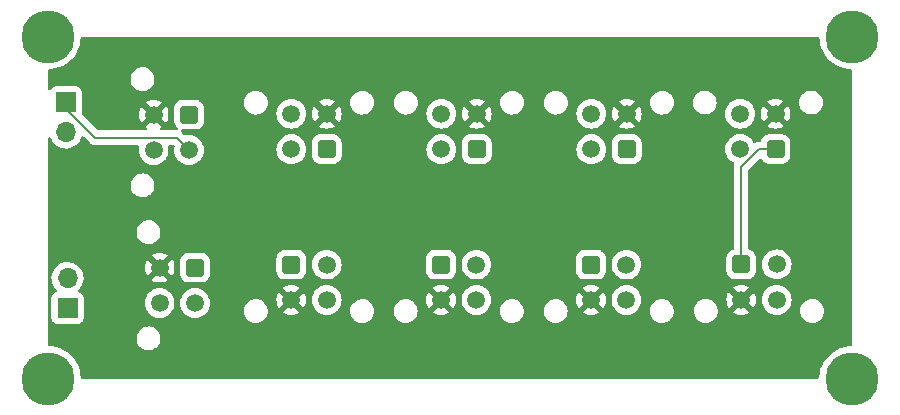
<source format=gbl>
G04 #@! TF.GenerationSoftware,KiCad,Pcbnew,6.0.1-79c1e3a40b~116~ubuntu18.04.1*
G04 #@! TF.CreationDate,2022-02-08T11:35:10+08:00*
G04 #@! TF.ProjectId,canbus_board,63616e62-7573-45f6-926f-6172642e6b69,rev?*
G04 #@! TF.SameCoordinates,Original*
G04 #@! TF.FileFunction,Copper,L2,Bot*
G04 #@! TF.FilePolarity,Positive*
%FSLAX46Y46*%
G04 Gerber Fmt 4.6, Leading zero omitted, Abs format (unit mm)*
G04 Created by KiCad (PCBNEW 6.0.1-79c1e3a40b~116~ubuntu18.04.1) date 2022-02-08 11:35:10*
%MOMM*%
%LPD*%
G01*
G04 APERTURE LIST*
G04 Aperture macros list*
%AMRoundRect*
0 Rectangle with rounded corners*
0 $1 Rounding radius*
0 $2 $3 $4 $5 $6 $7 $8 $9 X,Y pos of 4 corners*
0 Add a 4 corners polygon primitive as box body*
4,1,4,$2,$3,$4,$5,$6,$7,$8,$9,$2,$3,0*
0 Add four circle primitives for the rounded corners*
1,1,$1+$1,$2,$3*
1,1,$1+$1,$4,$5*
1,1,$1+$1,$6,$7*
1,1,$1+$1,$8,$9*
0 Add four rect primitives between the rounded corners*
20,1,$1+$1,$2,$3,$4,$5,0*
20,1,$1+$1,$4,$5,$6,$7,0*
20,1,$1+$1,$6,$7,$8,$9,0*
20,1,$1+$1,$8,$9,$2,$3,0*%
G04 Aperture macros list end*
G04 #@! TA.AperFunction,ComponentPad*
%ADD10RoundRect,0.250001X-0.499999X0.499999X-0.499999X-0.499999X0.499999X-0.499999X0.499999X0.499999X0*%
G04 #@! TD*
G04 #@! TA.AperFunction,ComponentPad*
%ADD11C,1.500000*%
G04 #@! TD*
G04 #@! TA.AperFunction,ComponentPad*
%ADD12RoundRect,0.250001X-0.499999X-0.499999X0.499999X-0.499999X0.499999X0.499999X-0.499999X0.499999X0*%
G04 #@! TD*
G04 #@! TA.AperFunction,ComponentPad*
%ADD13RoundRect,0.250001X0.499999X0.499999X-0.499999X0.499999X-0.499999X-0.499999X0.499999X-0.499999X0*%
G04 #@! TD*
G04 #@! TA.AperFunction,ComponentPad*
%ADD14R,1.700000X1.700000*%
G04 #@! TD*
G04 #@! TA.AperFunction,ComponentPad*
%ADD15O,1.700000X1.700000*%
G04 #@! TD*
G04 #@! TA.AperFunction,ViaPad*
%ADD16C,4.500000*%
G04 #@! TD*
G04 #@! TA.AperFunction,Conductor*
%ADD17C,0.200000*%
G04 #@! TD*
G04 APERTURE END LIST*
D10*
X69342000Y-56642000D03*
D11*
X69342000Y-59642000D03*
X66342000Y-56642000D03*
X66342000Y-59642000D03*
D12*
X102870000Y-56388000D03*
D11*
X105870000Y-56388000D03*
X102870000Y-59388000D03*
X105870000Y-59388000D03*
D12*
X90170000Y-56388000D03*
D11*
X93170000Y-56388000D03*
X90170000Y-59388000D03*
X93170000Y-59388000D03*
D13*
X105894000Y-46619000D03*
D11*
X102894000Y-46619000D03*
X105894000Y-43619000D03*
X102894000Y-43619000D03*
D14*
X58420000Y-42667000D03*
D15*
X58420000Y-45207000D03*
D13*
X118491000Y-46609000D03*
D11*
X115491000Y-46609000D03*
X118491000Y-43609000D03*
X115491000Y-43609000D03*
D12*
X77494000Y-56388000D03*
D11*
X80494000Y-56388000D03*
X77494000Y-59388000D03*
X80494000Y-59388000D03*
D12*
X115594000Y-56378000D03*
D11*
X118594000Y-56378000D03*
X115594000Y-59378000D03*
X118594000Y-59378000D03*
D10*
X68834000Y-43688000D03*
D11*
X68834000Y-46688000D03*
X65834000Y-43688000D03*
X65834000Y-46688000D03*
D13*
X80494000Y-46619000D03*
D11*
X77494000Y-46619000D03*
X80494000Y-43619000D03*
X77494000Y-43619000D03*
D13*
X93194000Y-46619000D03*
D11*
X90194000Y-46619000D03*
X93194000Y-43619000D03*
X90194000Y-43619000D03*
D14*
X58547000Y-60076000D03*
D15*
X58547000Y-57536000D03*
D16*
X56896000Y-37084000D03*
X56896000Y-66040000D03*
X124968000Y-66040000D03*
X124968000Y-37084000D03*
D17*
X115570000Y-48133000D02*
X115570000Y-56354000D01*
X117094000Y-46609000D02*
X115570000Y-48133000D01*
X118491000Y-46609000D02*
X117094000Y-46609000D01*
X115570000Y-56354000D02*
X115594000Y-56378000D01*
X60878489Y-45638489D02*
X67784489Y-45638489D01*
X67784489Y-45638489D02*
X68834000Y-46688000D01*
X58420000Y-43180000D02*
X60878489Y-45638489D01*
X58420000Y-42667000D02*
X58420000Y-43180000D01*
G04 #@! TA.AperFunction,Conductor*
G36*
X122154288Y-37104002D02*
G01*
X122200781Y-37157658D01*
X122212011Y-37203735D01*
X122221147Y-37387255D01*
X122221788Y-37390986D01*
X122221789Y-37390994D01*
X122236586Y-37477103D01*
X122277474Y-37715057D01*
X122372774Y-38033718D01*
X122374287Y-38037189D01*
X122374289Y-38037195D01*
X122428000Y-38160427D01*
X122505666Y-38338622D01*
X122674226Y-38625352D01*
X122676527Y-38628367D01*
X122873712Y-38886742D01*
X122873717Y-38886748D01*
X122876012Y-38889755D01*
X123108102Y-39128002D01*
X123367132Y-39336640D01*
X123649352Y-39512648D01*
X123950672Y-39653476D01*
X124039737Y-39682673D01*
X124259469Y-39754705D01*
X124266729Y-39757085D01*
X124592944Y-39821973D01*
X124596716Y-39822260D01*
X124596724Y-39822261D01*
X124745276Y-39833561D01*
X124851558Y-39841645D01*
X124917964Y-39866756D01*
X124960254Y-39923784D01*
X124968000Y-39967282D01*
X124968000Y-63158035D01*
X124947998Y-63226156D01*
X124894342Y-63272649D01*
X124848924Y-63283845D01*
X124703775Y-63291834D01*
X124650366Y-63294773D01*
X124646639Y-63295434D01*
X124646635Y-63295434D01*
X124387510Y-63341358D01*
X124322864Y-63352815D01*
X124319239Y-63353920D01*
X124319234Y-63353921D01*
X124111683Y-63417178D01*
X124004707Y-63449782D01*
X124001243Y-63451313D01*
X124001236Y-63451316D01*
X123916090Y-63488959D01*
X123700503Y-63584269D01*
X123697249Y-63586205D01*
X123697243Y-63586208D01*
X123589178Y-63650500D01*
X123414659Y-63754328D01*
X123151316Y-63957496D01*
X122914288Y-64190829D01*
X122707009Y-64450949D01*
X122532481Y-64734086D01*
X122393232Y-65036140D01*
X122392073Y-65039740D01*
X122392070Y-65039747D01*
X122383368Y-65066771D01*
X122291280Y-65352735D01*
X122228100Y-65679285D01*
X122227833Y-65683061D01*
X122227832Y-65683066D01*
X122210852Y-65922899D01*
X122186089Y-65989437D01*
X122129284Y-66032024D01*
X122085167Y-66040000D01*
X59778175Y-66040000D01*
X59710054Y-66019998D01*
X59663561Y-65966342D01*
X59652403Y-65921582D01*
X59639755Y-65711772D01*
X59639754Y-65711765D01*
X59639527Y-65707997D01*
X59579770Y-65380803D01*
X59481139Y-65063157D01*
X59345061Y-64759662D01*
X59260108Y-64618555D01*
X59175466Y-64477966D01*
X59175462Y-64477960D01*
X59173507Y-64474713D01*
X59171180Y-64471729D01*
X59171175Y-64471722D01*
X58971294Y-64215425D01*
X58971288Y-64215418D01*
X58968963Y-64212437D01*
X58734392Y-63976634D01*
X58473191Y-63770720D01*
X58189144Y-63597677D01*
X58068046Y-63542617D01*
X57889817Y-63461580D01*
X57889809Y-63461577D01*
X57886365Y-63460011D01*
X57569240Y-63359718D01*
X57346896Y-63317906D01*
X57246087Y-63298949D01*
X57246085Y-63298949D01*
X57242364Y-63298249D01*
X57013759Y-63283266D01*
X56947093Y-63258852D01*
X56904209Y-63202270D01*
X56896000Y-63157536D01*
X56896000Y-62634925D01*
X64388645Y-62634925D01*
X64406570Y-62831888D01*
X64462410Y-63021619D01*
X64465263Y-63027077D01*
X64465265Y-63027081D01*
X64512720Y-63117853D01*
X64554040Y-63196890D01*
X64677968Y-63351025D01*
X64682692Y-63354989D01*
X64687492Y-63359017D01*
X64829474Y-63478154D01*
X64834872Y-63481121D01*
X64834877Y-63481125D01*
X64978180Y-63559905D01*
X65002787Y-63573433D01*
X65008654Y-63575294D01*
X65008656Y-63575295D01*
X65079213Y-63597677D01*
X65191306Y-63633235D01*
X65345227Y-63650500D01*
X65451769Y-63650500D01*
X65454825Y-63650200D01*
X65454832Y-63650200D01*
X65513340Y-63644463D01*
X65598833Y-63636080D01*
X65604734Y-63634298D01*
X65604736Y-63634298D01*
X65719508Y-63599646D01*
X65788169Y-63578916D01*
X65962796Y-63486066D01*
X66049062Y-63415709D01*
X66111287Y-63364960D01*
X66111290Y-63364957D01*
X66116062Y-63361065D01*
X66186024Y-63276496D01*
X66238201Y-63213425D01*
X66238203Y-63213421D01*
X66242130Y-63208675D01*
X66336198Y-63034701D01*
X66394682Y-62845768D01*
X66415355Y-62649075D01*
X66397430Y-62452112D01*
X66341590Y-62262381D01*
X66331919Y-62243881D01*
X66252813Y-62092568D01*
X66249960Y-62087110D01*
X66126032Y-61932975D01*
X66119727Y-61927684D01*
X66103334Y-61913929D01*
X65974526Y-61805846D01*
X65969128Y-61802879D01*
X65969123Y-61802875D01*
X65806608Y-61713533D01*
X65806609Y-61713533D01*
X65801213Y-61710567D01*
X65795346Y-61708706D01*
X65795344Y-61708705D01*
X65618564Y-61652627D01*
X65618563Y-61652627D01*
X65612694Y-61650765D01*
X65458773Y-61633500D01*
X65352231Y-61633500D01*
X65349175Y-61633800D01*
X65349168Y-61633800D01*
X65290660Y-61639537D01*
X65205167Y-61647920D01*
X65199266Y-61649702D01*
X65199264Y-61649702D01*
X65125947Y-61671838D01*
X65015831Y-61705084D01*
X64841204Y-61797934D01*
X64754938Y-61868291D01*
X64692713Y-61919040D01*
X64692710Y-61919043D01*
X64687938Y-61922935D01*
X64684011Y-61927682D01*
X64684009Y-61927684D01*
X64565799Y-62070575D01*
X64565797Y-62070579D01*
X64561870Y-62075325D01*
X64467802Y-62249299D01*
X64409318Y-62438232D01*
X64388645Y-62634925D01*
X56896000Y-62634925D01*
X56896000Y-57502695D01*
X57184251Y-57502695D01*
X57184548Y-57507848D01*
X57184548Y-57507851D01*
X57192792Y-57650828D01*
X57197110Y-57725715D01*
X57198247Y-57730761D01*
X57198248Y-57730767D01*
X57201489Y-57745146D01*
X57246222Y-57943639D01*
X57284461Y-58037811D01*
X57328111Y-58145308D01*
X57330266Y-58150616D01*
X57362780Y-58203674D01*
X57438285Y-58326887D01*
X57446987Y-58341088D01*
X57593250Y-58509938D01*
X57597230Y-58513242D01*
X57601981Y-58517187D01*
X57641616Y-58576090D01*
X57643113Y-58647071D01*
X57605997Y-58707593D01*
X57565725Y-58732112D01*
X57513106Y-58751838D01*
X57450295Y-58775385D01*
X57333739Y-58862739D01*
X57246385Y-58979295D01*
X57195255Y-59115684D01*
X57188500Y-59177866D01*
X57188500Y-60974134D01*
X57195255Y-61036316D01*
X57246385Y-61172705D01*
X57333739Y-61289261D01*
X57450295Y-61376615D01*
X57586684Y-61427745D01*
X57648866Y-61434500D01*
X59445134Y-61434500D01*
X59507316Y-61427745D01*
X59643705Y-61376615D01*
X59760261Y-61289261D01*
X59847615Y-61172705D01*
X59898745Y-61036316D01*
X59905500Y-60974134D01*
X59905500Y-59642000D01*
X65078693Y-59642000D01*
X65097885Y-59861371D01*
X65154880Y-60074076D01*
X65187603Y-60144251D01*
X65245618Y-60268666D01*
X65245621Y-60268671D01*
X65247944Y-60273653D01*
X65251100Y-60278160D01*
X65251101Y-60278162D01*
X65363800Y-60439112D01*
X65374251Y-60454038D01*
X65529962Y-60609749D01*
X65534471Y-60612906D01*
X65534473Y-60612908D01*
X65609241Y-60665261D01*
X65710346Y-60736056D01*
X65909924Y-60829120D01*
X66122629Y-60886115D01*
X66342000Y-60905307D01*
X66561371Y-60886115D01*
X66774076Y-60829120D01*
X66973654Y-60736056D01*
X67074759Y-60665261D01*
X67149527Y-60612908D01*
X67149529Y-60612906D01*
X67154038Y-60609749D01*
X67309749Y-60454038D01*
X67320201Y-60439112D01*
X67432899Y-60278162D01*
X67432900Y-60278160D01*
X67436056Y-60273653D01*
X67438379Y-60268671D01*
X67438382Y-60268666D01*
X67496397Y-60144251D01*
X67529120Y-60074076D01*
X67586115Y-59861371D01*
X67605307Y-59642000D01*
X68078693Y-59642000D01*
X68097885Y-59861371D01*
X68154880Y-60074076D01*
X68187603Y-60144251D01*
X68245618Y-60268666D01*
X68245621Y-60268671D01*
X68247944Y-60273653D01*
X68251100Y-60278160D01*
X68251101Y-60278162D01*
X68363800Y-60439112D01*
X68374251Y-60454038D01*
X68529962Y-60609749D01*
X68534471Y-60612906D01*
X68534473Y-60612908D01*
X68609241Y-60665261D01*
X68710346Y-60736056D01*
X68909924Y-60829120D01*
X69122629Y-60886115D01*
X69342000Y-60905307D01*
X69561371Y-60886115D01*
X69774076Y-60829120D01*
X69973654Y-60736056D01*
X70074759Y-60665261D01*
X70149527Y-60612908D01*
X70149529Y-60612906D01*
X70154038Y-60609749D01*
X70309749Y-60454038D01*
X70320201Y-60439112D01*
X70402956Y-60320925D01*
X73480645Y-60320925D01*
X73481933Y-60335075D01*
X73495521Y-60484381D01*
X73498570Y-60517888D01*
X73500308Y-60523794D01*
X73500309Y-60523798D01*
X73514592Y-60572326D01*
X73554410Y-60707619D01*
X73557263Y-60713077D01*
X73557265Y-60713081D01*
X73570492Y-60738381D01*
X73646040Y-60882890D01*
X73769968Y-61037025D01*
X73774692Y-61040989D01*
X73777941Y-61043715D01*
X73921474Y-61164154D01*
X73926872Y-61167121D01*
X73926877Y-61167125D01*
X74070180Y-61245905D01*
X74094787Y-61259433D01*
X74100654Y-61261294D01*
X74100656Y-61261295D01*
X74262645Y-61312681D01*
X74283306Y-61319235D01*
X74437227Y-61336500D01*
X74543769Y-61336500D01*
X74546825Y-61336200D01*
X74546832Y-61336200D01*
X74605340Y-61330463D01*
X74690833Y-61322080D01*
X74696734Y-61320298D01*
X74696736Y-61320298D01*
X74781712Y-61294642D01*
X74880169Y-61264916D01*
X75054796Y-61172066D01*
X75141062Y-61101709D01*
X75203287Y-61050960D01*
X75203290Y-61050957D01*
X75208062Y-61047065D01*
X75213089Y-61040989D01*
X75330201Y-60899425D01*
X75330203Y-60899421D01*
X75334130Y-60894675D01*
X75428198Y-60720701D01*
X75486682Y-60531768D01*
X75492239Y-60478899D01*
X75496521Y-60438161D01*
X76808393Y-60438161D01*
X76817687Y-60450175D01*
X76858088Y-60478464D01*
X76867584Y-60483947D01*
X77057113Y-60572326D01*
X77067405Y-60576072D01*
X77269401Y-60630196D01*
X77280196Y-60632099D01*
X77488525Y-60650326D01*
X77499475Y-60650326D01*
X77707804Y-60632099D01*
X77718599Y-60630196D01*
X77920595Y-60576072D01*
X77930887Y-60572326D01*
X78120416Y-60483947D01*
X78129912Y-60478464D01*
X78171148Y-60449590D01*
X78179523Y-60439112D01*
X78172457Y-60425668D01*
X77506811Y-59760021D01*
X77492868Y-59752408D01*
X77491034Y-59752539D01*
X77484420Y-59756790D01*
X76814820Y-60426391D01*
X76808393Y-60438161D01*
X75496521Y-60438161D01*
X75506711Y-60341204D01*
X75506711Y-60341202D01*
X75507355Y-60335075D01*
X75489430Y-60138112D01*
X75470584Y-60074076D01*
X75435330Y-59954294D01*
X75433590Y-59948381D01*
X75428363Y-59938381D01*
X75369119Y-59825061D01*
X75341960Y-59773110D01*
X75218032Y-59618975D01*
X75211727Y-59613684D01*
X75185651Y-59591804D01*
X75066526Y-59491846D01*
X75061128Y-59488879D01*
X75061123Y-59488875D01*
X74898608Y-59399533D01*
X74898609Y-59399533D01*
X74893213Y-59396567D01*
X74887346Y-59394706D01*
X74887344Y-59394705D01*
X74883467Y-59393475D01*
X76231674Y-59393475D01*
X76249901Y-59601804D01*
X76251804Y-59612599D01*
X76305928Y-59814595D01*
X76309674Y-59824887D01*
X76398054Y-60014417D01*
X76403534Y-60023907D01*
X76432411Y-60065149D01*
X76442887Y-60073523D01*
X76456334Y-60066455D01*
X77121979Y-59400811D01*
X77128356Y-59389132D01*
X77858408Y-59389132D01*
X77858539Y-59390966D01*
X77862790Y-59397580D01*
X78532391Y-60067180D01*
X78544161Y-60073607D01*
X78556176Y-60064311D01*
X78584466Y-60023907D01*
X78589946Y-60014417D01*
X78678326Y-59824887D01*
X78682072Y-59814595D01*
X78736196Y-59612599D01*
X78738099Y-59601804D01*
X78756326Y-59393475D01*
X78756326Y-59388000D01*
X79230693Y-59388000D01*
X79249885Y-59607371D01*
X79306880Y-59820076D01*
X79309205Y-59825061D01*
X79397618Y-60014666D01*
X79397621Y-60014671D01*
X79399944Y-60019653D01*
X79403100Y-60024160D01*
X79403101Y-60024162D01*
X79521978Y-60193935D01*
X79526251Y-60200038D01*
X79681962Y-60355749D01*
X79862346Y-60482056D01*
X80061924Y-60575120D01*
X80274629Y-60632115D01*
X80494000Y-60651307D01*
X80713371Y-60632115D01*
X80926076Y-60575120D01*
X81125654Y-60482056D01*
X81306038Y-60355749D01*
X81340862Y-60320925D01*
X82480645Y-60320925D01*
X82481933Y-60335075D01*
X82495521Y-60484381D01*
X82498570Y-60517888D01*
X82500308Y-60523794D01*
X82500309Y-60523798D01*
X82514592Y-60572326D01*
X82554410Y-60707619D01*
X82557263Y-60713077D01*
X82557265Y-60713081D01*
X82570492Y-60738381D01*
X82646040Y-60882890D01*
X82769968Y-61037025D01*
X82774692Y-61040989D01*
X82777941Y-61043715D01*
X82921474Y-61164154D01*
X82926872Y-61167121D01*
X82926877Y-61167125D01*
X83070180Y-61245905D01*
X83094787Y-61259433D01*
X83100654Y-61261294D01*
X83100656Y-61261295D01*
X83262645Y-61312681D01*
X83283306Y-61319235D01*
X83437227Y-61336500D01*
X83543769Y-61336500D01*
X83546825Y-61336200D01*
X83546832Y-61336200D01*
X83605340Y-61330463D01*
X83690833Y-61322080D01*
X83696734Y-61320298D01*
X83696736Y-61320298D01*
X83781712Y-61294642D01*
X83880169Y-61264916D01*
X84054796Y-61172066D01*
X84141062Y-61101709D01*
X84203287Y-61050960D01*
X84203290Y-61050957D01*
X84208062Y-61047065D01*
X84213089Y-61040989D01*
X84330201Y-60899425D01*
X84330203Y-60899421D01*
X84334130Y-60894675D01*
X84428198Y-60720701D01*
X84486682Y-60531768D01*
X84492239Y-60478899D01*
X84506711Y-60341204D01*
X84506711Y-60341202D01*
X84507355Y-60335075D01*
X84506067Y-60320925D01*
X86156645Y-60320925D01*
X86157933Y-60335075D01*
X86171521Y-60484381D01*
X86174570Y-60517888D01*
X86176308Y-60523794D01*
X86176309Y-60523798D01*
X86190592Y-60572326D01*
X86230410Y-60707619D01*
X86233263Y-60713077D01*
X86233265Y-60713081D01*
X86246492Y-60738381D01*
X86322040Y-60882890D01*
X86445968Y-61037025D01*
X86450692Y-61040989D01*
X86453941Y-61043715D01*
X86597474Y-61164154D01*
X86602872Y-61167121D01*
X86602877Y-61167125D01*
X86746180Y-61245905D01*
X86770787Y-61259433D01*
X86776654Y-61261294D01*
X86776656Y-61261295D01*
X86938645Y-61312681D01*
X86959306Y-61319235D01*
X87113227Y-61336500D01*
X87219769Y-61336500D01*
X87222825Y-61336200D01*
X87222832Y-61336200D01*
X87281340Y-61330463D01*
X87366833Y-61322080D01*
X87372734Y-61320298D01*
X87372736Y-61320298D01*
X87457712Y-61294642D01*
X87556169Y-61264916D01*
X87730796Y-61172066D01*
X87817062Y-61101709D01*
X87879287Y-61050960D01*
X87879290Y-61050957D01*
X87884062Y-61047065D01*
X87889089Y-61040989D01*
X88006201Y-60899425D01*
X88006203Y-60899421D01*
X88010130Y-60894675D01*
X88104198Y-60720701D01*
X88162682Y-60531768D01*
X88168239Y-60478899D01*
X88172521Y-60438161D01*
X89484393Y-60438161D01*
X89493687Y-60450175D01*
X89534088Y-60478464D01*
X89543584Y-60483947D01*
X89733113Y-60572326D01*
X89743405Y-60576072D01*
X89945401Y-60630196D01*
X89956196Y-60632099D01*
X90164525Y-60650326D01*
X90175475Y-60650326D01*
X90383804Y-60632099D01*
X90394599Y-60630196D01*
X90596595Y-60576072D01*
X90606887Y-60572326D01*
X90796416Y-60483947D01*
X90805912Y-60478464D01*
X90847148Y-60449590D01*
X90855523Y-60439112D01*
X90848457Y-60425668D01*
X90182811Y-59760021D01*
X90168868Y-59752408D01*
X90167034Y-59752539D01*
X90160420Y-59756790D01*
X89490820Y-60426391D01*
X89484393Y-60438161D01*
X88172521Y-60438161D01*
X88182711Y-60341204D01*
X88182711Y-60341202D01*
X88183355Y-60335075D01*
X88165430Y-60138112D01*
X88146584Y-60074076D01*
X88111330Y-59954294D01*
X88109590Y-59948381D01*
X88104363Y-59938381D01*
X88045119Y-59825061D01*
X88017960Y-59773110D01*
X87894032Y-59618975D01*
X87887727Y-59613684D01*
X87861651Y-59591804D01*
X87742526Y-59491846D01*
X87737128Y-59488879D01*
X87737123Y-59488875D01*
X87574608Y-59399533D01*
X87574609Y-59399533D01*
X87569213Y-59396567D01*
X87563346Y-59394706D01*
X87563344Y-59394705D01*
X87559467Y-59393475D01*
X88907674Y-59393475D01*
X88925901Y-59601804D01*
X88927804Y-59612599D01*
X88981928Y-59814595D01*
X88985674Y-59824887D01*
X89074054Y-60014417D01*
X89079534Y-60023907D01*
X89108411Y-60065149D01*
X89118887Y-60073523D01*
X89132334Y-60066455D01*
X89797979Y-59400811D01*
X89804356Y-59389132D01*
X90534408Y-59389132D01*
X90534539Y-59390966D01*
X90538790Y-59397580D01*
X91208391Y-60067180D01*
X91220161Y-60073607D01*
X91232176Y-60064311D01*
X91260466Y-60023907D01*
X91265946Y-60014417D01*
X91354326Y-59824887D01*
X91358072Y-59814595D01*
X91412196Y-59612599D01*
X91414099Y-59601804D01*
X91432326Y-59393475D01*
X91432326Y-59388000D01*
X91906693Y-59388000D01*
X91925885Y-59607371D01*
X91982880Y-59820076D01*
X91985205Y-59825061D01*
X92073618Y-60014666D01*
X92073621Y-60014671D01*
X92075944Y-60019653D01*
X92079100Y-60024160D01*
X92079101Y-60024162D01*
X92197978Y-60193935D01*
X92202251Y-60200038D01*
X92357962Y-60355749D01*
X92538346Y-60482056D01*
X92737924Y-60575120D01*
X92950629Y-60632115D01*
X93170000Y-60651307D01*
X93389371Y-60632115D01*
X93602076Y-60575120D01*
X93801654Y-60482056D01*
X93982038Y-60355749D01*
X94016862Y-60320925D01*
X95156645Y-60320925D01*
X95157933Y-60335075D01*
X95171521Y-60484381D01*
X95174570Y-60517888D01*
X95176308Y-60523794D01*
X95176309Y-60523798D01*
X95190592Y-60572326D01*
X95230410Y-60707619D01*
X95233263Y-60713077D01*
X95233265Y-60713081D01*
X95246492Y-60738381D01*
X95322040Y-60882890D01*
X95445968Y-61037025D01*
X95450692Y-61040989D01*
X95453941Y-61043715D01*
X95597474Y-61164154D01*
X95602872Y-61167121D01*
X95602877Y-61167125D01*
X95746180Y-61245905D01*
X95770787Y-61259433D01*
X95776654Y-61261294D01*
X95776656Y-61261295D01*
X95938645Y-61312681D01*
X95959306Y-61319235D01*
X96113227Y-61336500D01*
X96219769Y-61336500D01*
X96222825Y-61336200D01*
X96222832Y-61336200D01*
X96281340Y-61330463D01*
X96366833Y-61322080D01*
X96372734Y-61320298D01*
X96372736Y-61320298D01*
X96457712Y-61294642D01*
X96556169Y-61264916D01*
X96730796Y-61172066D01*
X96817062Y-61101709D01*
X96879287Y-61050960D01*
X96879290Y-61050957D01*
X96884062Y-61047065D01*
X96889089Y-61040989D01*
X97006201Y-60899425D01*
X97006203Y-60899421D01*
X97010130Y-60894675D01*
X97104198Y-60720701D01*
X97162682Y-60531768D01*
X97168239Y-60478899D01*
X97182711Y-60341204D01*
X97182711Y-60341202D01*
X97183355Y-60335075D01*
X97182067Y-60320925D01*
X98856645Y-60320925D01*
X98857933Y-60335075D01*
X98871521Y-60484381D01*
X98874570Y-60517888D01*
X98876308Y-60523794D01*
X98876309Y-60523798D01*
X98890592Y-60572326D01*
X98930410Y-60707619D01*
X98933263Y-60713077D01*
X98933265Y-60713081D01*
X98946492Y-60738381D01*
X99022040Y-60882890D01*
X99145968Y-61037025D01*
X99150692Y-61040989D01*
X99153941Y-61043715D01*
X99297474Y-61164154D01*
X99302872Y-61167121D01*
X99302877Y-61167125D01*
X99446180Y-61245905D01*
X99470787Y-61259433D01*
X99476654Y-61261294D01*
X99476656Y-61261295D01*
X99638645Y-61312681D01*
X99659306Y-61319235D01*
X99813227Y-61336500D01*
X99919769Y-61336500D01*
X99922825Y-61336200D01*
X99922832Y-61336200D01*
X99981340Y-61330463D01*
X100066833Y-61322080D01*
X100072734Y-61320298D01*
X100072736Y-61320298D01*
X100157712Y-61294642D01*
X100256169Y-61264916D01*
X100430796Y-61172066D01*
X100517062Y-61101709D01*
X100579287Y-61050960D01*
X100579290Y-61050957D01*
X100584062Y-61047065D01*
X100589089Y-61040989D01*
X100706201Y-60899425D01*
X100706203Y-60899421D01*
X100710130Y-60894675D01*
X100804198Y-60720701D01*
X100862682Y-60531768D01*
X100868239Y-60478899D01*
X100872521Y-60438161D01*
X102184393Y-60438161D01*
X102193687Y-60450175D01*
X102234088Y-60478464D01*
X102243584Y-60483947D01*
X102433113Y-60572326D01*
X102443405Y-60576072D01*
X102645401Y-60630196D01*
X102656196Y-60632099D01*
X102864525Y-60650326D01*
X102875475Y-60650326D01*
X103083804Y-60632099D01*
X103094599Y-60630196D01*
X103296595Y-60576072D01*
X103306887Y-60572326D01*
X103496416Y-60483947D01*
X103505912Y-60478464D01*
X103547148Y-60449590D01*
X103555523Y-60439112D01*
X103548457Y-60425668D01*
X102882811Y-59760021D01*
X102868868Y-59752408D01*
X102867034Y-59752539D01*
X102860420Y-59756790D01*
X102190820Y-60426391D01*
X102184393Y-60438161D01*
X100872521Y-60438161D01*
X100882711Y-60341204D01*
X100882711Y-60341202D01*
X100883355Y-60335075D01*
X100865430Y-60138112D01*
X100846584Y-60074076D01*
X100811330Y-59954294D01*
X100809590Y-59948381D01*
X100804363Y-59938381D01*
X100745119Y-59825061D01*
X100717960Y-59773110D01*
X100594032Y-59618975D01*
X100587727Y-59613684D01*
X100561651Y-59591804D01*
X100442526Y-59491846D01*
X100437128Y-59488879D01*
X100437123Y-59488875D01*
X100274608Y-59399533D01*
X100274609Y-59399533D01*
X100269213Y-59396567D01*
X100263346Y-59394706D01*
X100263344Y-59394705D01*
X100259467Y-59393475D01*
X101607674Y-59393475D01*
X101625901Y-59601804D01*
X101627804Y-59612599D01*
X101681928Y-59814595D01*
X101685674Y-59824887D01*
X101774054Y-60014417D01*
X101779534Y-60023907D01*
X101808411Y-60065149D01*
X101818887Y-60073523D01*
X101832334Y-60066455D01*
X102497979Y-59400811D01*
X102504356Y-59389132D01*
X103234408Y-59389132D01*
X103234539Y-59390966D01*
X103238790Y-59397580D01*
X103908391Y-60067180D01*
X103920161Y-60073607D01*
X103932176Y-60064311D01*
X103960466Y-60023907D01*
X103965946Y-60014417D01*
X104054326Y-59824887D01*
X104058072Y-59814595D01*
X104112196Y-59612599D01*
X104114099Y-59601804D01*
X104132326Y-59393475D01*
X104132326Y-59388000D01*
X104606693Y-59388000D01*
X104625885Y-59607371D01*
X104682880Y-59820076D01*
X104685205Y-59825061D01*
X104773618Y-60014666D01*
X104773621Y-60014671D01*
X104775944Y-60019653D01*
X104779100Y-60024160D01*
X104779101Y-60024162D01*
X104897978Y-60193935D01*
X104902251Y-60200038D01*
X105057962Y-60355749D01*
X105238346Y-60482056D01*
X105437924Y-60575120D01*
X105650629Y-60632115D01*
X105870000Y-60651307D01*
X106089371Y-60632115D01*
X106302076Y-60575120D01*
X106501654Y-60482056D01*
X106682038Y-60355749D01*
X106716862Y-60320925D01*
X107856645Y-60320925D01*
X107857933Y-60335075D01*
X107871521Y-60484381D01*
X107874570Y-60517888D01*
X107876308Y-60523794D01*
X107876309Y-60523798D01*
X107890592Y-60572326D01*
X107930410Y-60707619D01*
X107933263Y-60713077D01*
X107933265Y-60713081D01*
X107946492Y-60738381D01*
X108022040Y-60882890D01*
X108145968Y-61037025D01*
X108150692Y-61040989D01*
X108153941Y-61043715D01*
X108297474Y-61164154D01*
X108302872Y-61167121D01*
X108302877Y-61167125D01*
X108446180Y-61245905D01*
X108470787Y-61259433D01*
X108476654Y-61261294D01*
X108476656Y-61261295D01*
X108638645Y-61312681D01*
X108659306Y-61319235D01*
X108813227Y-61336500D01*
X108919769Y-61336500D01*
X108922825Y-61336200D01*
X108922832Y-61336200D01*
X108981340Y-61330463D01*
X109066833Y-61322080D01*
X109072734Y-61320298D01*
X109072736Y-61320298D01*
X109157712Y-61294642D01*
X109256169Y-61264916D01*
X109430796Y-61172066D01*
X109517062Y-61101709D01*
X109579287Y-61050960D01*
X109579290Y-61050957D01*
X109584062Y-61047065D01*
X109589089Y-61040989D01*
X109706201Y-60899425D01*
X109706203Y-60899421D01*
X109710130Y-60894675D01*
X109804198Y-60720701D01*
X109862682Y-60531768D01*
X109868239Y-60478899D01*
X109882711Y-60341204D01*
X109882711Y-60341202D01*
X109883355Y-60335075D01*
X109881157Y-60310925D01*
X111580645Y-60310925D01*
X111581204Y-60317065D01*
X111596431Y-60484381D01*
X111598570Y-60507888D01*
X111654410Y-60697619D01*
X111657263Y-60703077D01*
X111657265Y-60703081D01*
X111672854Y-60732899D01*
X111746040Y-60872890D01*
X111869968Y-61027025D01*
X111874692Y-61030989D01*
X111881933Y-61037065D01*
X112021474Y-61154154D01*
X112026872Y-61157121D01*
X112026877Y-61157125D01*
X112170180Y-61235905D01*
X112194787Y-61249433D01*
X112200654Y-61251294D01*
X112200656Y-61251295D01*
X112297706Y-61282081D01*
X112383306Y-61309235D01*
X112537227Y-61326500D01*
X112643769Y-61326500D01*
X112646825Y-61326200D01*
X112646832Y-61326200D01*
X112707021Y-61320298D01*
X112790833Y-61312080D01*
X112796734Y-61310298D01*
X112796736Y-61310298D01*
X112890194Y-61282081D01*
X112980169Y-61254916D01*
X113154796Y-61162066D01*
X113241062Y-61091709D01*
X113303287Y-61040960D01*
X113303290Y-61040957D01*
X113308062Y-61037065D01*
X113421928Y-60899425D01*
X113430201Y-60889425D01*
X113430203Y-60889421D01*
X113434130Y-60884675D01*
X113528198Y-60710701D01*
X113586682Y-60521768D01*
X113588786Y-60501749D01*
X113596520Y-60428161D01*
X114908393Y-60428161D01*
X114917687Y-60440175D01*
X114958088Y-60468464D01*
X114967584Y-60473947D01*
X115157113Y-60562326D01*
X115167405Y-60566072D01*
X115369401Y-60620196D01*
X115380196Y-60622099D01*
X115588525Y-60640326D01*
X115599475Y-60640326D01*
X115807804Y-60622099D01*
X115818599Y-60620196D01*
X116020595Y-60566072D01*
X116030887Y-60562326D01*
X116220416Y-60473947D01*
X116229912Y-60468464D01*
X116271148Y-60439590D01*
X116279523Y-60429112D01*
X116272457Y-60415668D01*
X115606811Y-59750021D01*
X115592868Y-59742408D01*
X115591034Y-59742539D01*
X115584420Y-59746790D01*
X114914820Y-60416391D01*
X114908393Y-60428161D01*
X113596520Y-60428161D01*
X113606711Y-60331204D01*
X113606711Y-60331202D01*
X113607355Y-60325075D01*
X113599847Y-60242576D01*
X113589989Y-60134251D01*
X113589988Y-60134248D01*
X113589430Y-60128112D01*
X113570446Y-60063607D01*
X113535330Y-59944294D01*
X113533590Y-59938381D01*
X113529147Y-59929881D01*
X113469119Y-59815061D01*
X113441960Y-59763110D01*
X113318032Y-59608975D01*
X113311727Y-59603684D01*
X113183171Y-59495813D01*
X113166526Y-59481846D01*
X113161128Y-59478879D01*
X113161123Y-59478875D01*
X112998608Y-59389533D01*
X112998609Y-59389533D01*
X112993213Y-59386567D01*
X112987346Y-59384706D01*
X112987344Y-59384705D01*
X112983467Y-59383475D01*
X114331674Y-59383475D01*
X114349901Y-59591804D01*
X114351804Y-59602599D01*
X114405928Y-59804595D01*
X114409674Y-59814887D01*
X114498054Y-60004417D01*
X114503534Y-60013907D01*
X114532411Y-60055149D01*
X114542887Y-60063523D01*
X114556334Y-60056455D01*
X115221979Y-59390811D01*
X115228356Y-59379132D01*
X115958408Y-59379132D01*
X115958539Y-59380966D01*
X115962790Y-59387580D01*
X116632391Y-60057180D01*
X116644161Y-60063607D01*
X116656176Y-60054311D01*
X116684466Y-60013907D01*
X116689946Y-60004417D01*
X116778326Y-59814887D01*
X116782072Y-59804595D01*
X116836196Y-59602599D01*
X116838099Y-59591804D01*
X116856326Y-59383475D01*
X116856326Y-59378000D01*
X117330693Y-59378000D01*
X117349885Y-59597371D01*
X117406880Y-59810076D01*
X117413868Y-59825061D01*
X117497618Y-60004666D01*
X117497621Y-60004671D01*
X117499944Y-60009653D01*
X117503100Y-60014160D01*
X117503101Y-60014162D01*
X117594191Y-60144251D01*
X117626251Y-60190038D01*
X117781962Y-60345749D01*
X117786471Y-60348906D01*
X117786473Y-60348908D01*
X117861241Y-60401261D01*
X117962346Y-60472056D01*
X118161924Y-60565120D01*
X118374629Y-60622115D01*
X118594000Y-60641307D01*
X118813371Y-60622115D01*
X119026076Y-60565120D01*
X119225654Y-60472056D01*
X119326759Y-60401261D01*
X119401527Y-60348908D01*
X119401529Y-60348906D01*
X119406038Y-60345749D01*
X119440862Y-60310925D01*
X120580645Y-60310925D01*
X120581204Y-60317065D01*
X120596431Y-60484381D01*
X120598570Y-60507888D01*
X120654410Y-60697619D01*
X120657263Y-60703077D01*
X120657265Y-60703081D01*
X120672854Y-60732899D01*
X120746040Y-60872890D01*
X120869968Y-61027025D01*
X120874692Y-61030989D01*
X120881933Y-61037065D01*
X121021474Y-61154154D01*
X121026872Y-61157121D01*
X121026877Y-61157125D01*
X121170180Y-61235905D01*
X121194787Y-61249433D01*
X121200654Y-61251294D01*
X121200656Y-61251295D01*
X121297706Y-61282081D01*
X121383306Y-61309235D01*
X121537227Y-61326500D01*
X121643769Y-61326500D01*
X121646825Y-61326200D01*
X121646832Y-61326200D01*
X121707021Y-61320298D01*
X121790833Y-61312080D01*
X121796734Y-61310298D01*
X121796736Y-61310298D01*
X121890194Y-61282081D01*
X121980169Y-61254916D01*
X122154796Y-61162066D01*
X122241062Y-61091709D01*
X122303287Y-61040960D01*
X122303290Y-61040957D01*
X122308062Y-61037065D01*
X122421928Y-60899425D01*
X122430201Y-60889425D01*
X122430203Y-60889421D01*
X122434130Y-60884675D01*
X122528198Y-60710701D01*
X122586682Y-60521768D01*
X122588786Y-60501749D01*
X122606711Y-60331204D01*
X122606711Y-60331202D01*
X122607355Y-60325075D01*
X122599847Y-60242576D01*
X122589989Y-60134251D01*
X122589988Y-60134248D01*
X122589430Y-60128112D01*
X122570446Y-60063607D01*
X122535330Y-59944294D01*
X122533590Y-59938381D01*
X122529147Y-59929881D01*
X122469119Y-59815061D01*
X122441960Y-59763110D01*
X122318032Y-59608975D01*
X122311727Y-59603684D01*
X122183171Y-59495813D01*
X122166526Y-59481846D01*
X122161128Y-59478879D01*
X122161123Y-59478875D01*
X121998608Y-59389533D01*
X121998609Y-59389533D01*
X121993213Y-59386567D01*
X121987346Y-59384706D01*
X121987344Y-59384705D01*
X121810564Y-59328627D01*
X121810563Y-59328627D01*
X121804694Y-59326765D01*
X121650773Y-59309500D01*
X121544231Y-59309500D01*
X121541175Y-59309800D01*
X121541168Y-59309800D01*
X121482660Y-59315537D01*
X121397167Y-59323920D01*
X121391266Y-59325702D01*
X121391264Y-59325702D01*
X121354622Y-59336765D01*
X121207831Y-59381084D01*
X121033204Y-59473934D01*
X121006378Y-59495813D01*
X120884713Y-59595040D01*
X120884710Y-59595043D01*
X120879938Y-59598935D01*
X120876011Y-59603682D01*
X120876009Y-59603684D01*
X120757799Y-59746575D01*
X120757797Y-59746579D01*
X120753870Y-59751325D01*
X120659802Y-59925299D01*
X120601318Y-60114232D01*
X120600674Y-60120357D01*
X120600674Y-60120358D01*
X120585087Y-60268666D01*
X120580645Y-60310925D01*
X119440862Y-60310925D01*
X119561749Y-60190038D01*
X119593810Y-60144251D01*
X119684899Y-60014162D01*
X119684900Y-60014160D01*
X119688056Y-60009653D01*
X119690379Y-60004671D01*
X119690382Y-60004666D01*
X119774132Y-59825061D01*
X119781120Y-59810076D01*
X119838115Y-59597371D01*
X119857307Y-59378000D01*
X119838115Y-59158629D01*
X119781120Y-58945924D01*
X119725229Y-58826065D01*
X119690382Y-58751334D01*
X119690379Y-58751329D01*
X119688056Y-58746347D01*
X119663788Y-58711689D01*
X119564908Y-58570473D01*
X119564906Y-58570470D01*
X119561749Y-58565962D01*
X119406038Y-58410251D01*
X119225654Y-58283944D01*
X119026076Y-58190880D01*
X118813371Y-58133885D01*
X118594000Y-58114693D01*
X118374629Y-58133885D01*
X118161924Y-58190880D01*
X118070658Y-58233438D01*
X117967334Y-58281618D01*
X117967329Y-58281621D01*
X117962347Y-58283944D01*
X117957840Y-58287100D01*
X117957838Y-58287101D01*
X117786473Y-58407092D01*
X117786470Y-58407094D01*
X117781962Y-58410251D01*
X117626251Y-58565962D01*
X117623094Y-58570470D01*
X117623092Y-58570473D01*
X117524212Y-58711689D01*
X117499944Y-58746347D01*
X117497621Y-58751329D01*
X117497618Y-58751334D01*
X117462771Y-58826065D01*
X117406880Y-58945924D01*
X117349885Y-59158629D01*
X117330693Y-59378000D01*
X116856326Y-59378000D01*
X116856326Y-59372525D01*
X116838099Y-59164196D01*
X116836196Y-59153401D01*
X116782072Y-58951405D01*
X116778326Y-58941113D01*
X116689946Y-58751583D01*
X116684466Y-58742093D01*
X116655589Y-58700851D01*
X116645113Y-58692477D01*
X116631666Y-58699545D01*
X115966021Y-59365189D01*
X115958408Y-59379132D01*
X115228356Y-59379132D01*
X115229592Y-59376868D01*
X115229461Y-59375034D01*
X115225210Y-59368420D01*
X114555609Y-58698820D01*
X114543839Y-58692393D01*
X114531824Y-58701689D01*
X114503534Y-58742093D01*
X114498054Y-58751583D01*
X114409674Y-58941113D01*
X114405928Y-58951405D01*
X114351804Y-59153401D01*
X114349901Y-59164196D01*
X114331674Y-59372525D01*
X114331674Y-59383475D01*
X112983467Y-59383475D01*
X112810564Y-59328627D01*
X112810563Y-59328627D01*
X112804694Y-59326765D01*
X112650773Y-59309500D01*
X112544231Y-59309500D01*
X112541175Y-59309800D01*
X112541168Y-59309800D01*
X112482660Y-59315537D01*
X112397167Y-59323920D01*
X112391266Y-59325702D01*
X112391264Y-59325702D01*
X112354622Y-59336765D01*
X112207831Y-59381084D01*
X112033204Y-59473934D01*
X112006378Y-59495813D01*
X111884713Y-59595040D01*
X111884710Y-59595043D01*
X111879938Y-59598935D01*
X111876011Y-59603682D01*
X111876009Y-59603684D01*
X111757799Y-59746575D01*
X111757797Y-59746579D01*
X111753870Y-59751325D01*
X111659802Y-59925299D01*
X111601318Y-60114232D01*
X111600674Y-60120357D01*
X111600674Y-60120358D01*
X111585087Y-60268666D01*
X111580645Y-60310925D01*
X109881157Y-60310925D01*
X109865430Y-60138112D01*
X109846584Y-60074076D01*
X109811330Y-59954294D01*
X109809590Y-59948381D01*
X109804363Y-59938381D01*
X109745119Y-59825061D01*
X109717960Y-59773110D01*
X109594032Y-59618975D01*
X109587727Y-59613684D01*
X109561651Y-59591804D01*
X109442526Y-59491846D01*
X109437128Y-59488879D01*
X109437123Y-59488875D01*
X109274608Y-59399533D01*
X109274609Y-59399533D01*
X109269213Y-59396567D01*
X109263346Y-59394706D01*
X109263344Y-59394705D01*
X109086564Y-59338627D01*
X109086563Y-59338627D01*
X109080694Y-59336765D01*
X108926773Y-59319500D01*
X108820231Y-59319500D01*
X108817175Y-59319800D01*
X108817168Y-59319800D01*
X108758660Y-59325537D01*
X108673167Y-59333920D01*
X108667266Y-59335702D01*
X108667264Y-59335702D01*
X108593947Y-59357838D01*
X108483831Y-59391084D01*
X108309204Y-59483934D01*
X108222938Y-59554291D01*
X108160713Y-59605040D01*
X108160710Y-59605043D01*
X108155938Y-59608935D01*
X108152011Y-59613682D01*
X108152009Y-59613684D01*
X108033799Y-59756575D01*
X108033797Y-59756579D01*
X108029870Y-59761325D01*
X107935802Y-59935299D01*
X107877318Y-60124232D01*
X107876674Y-60130357D01*
X107876674Y-60130358D01*
X107861140Y-60278162D01*
X107856645Y-60320925D01*
X106716862Y-60320925D01*
X106837749Y-60200038D01*
X106842023Y-60193935D01*
X106960899Y-60024162D01*
X106960900Y-60024160D01*
X106964056Y-60019653D01*
X106966379Y-60014671D01*
X106966382Y-60014666D01*
X107054795Y-59825061D01*
X107057120Y-59820076D01*
X107114115Y-59607371D01*
X107133307Y-59388000D01*
X107114115Y-59168629D01*
X107057120Y-58955924D01*
X106966498Y-58761583D01*
X106966382Y-58761334D01*
X106966379Y-58761329D01*
X106964056Y-58756347D01*
X106953897Y-58741838D01*
X106840908Y-58580473D01*
X106840906Y-58580470D01*
X106837749Y-58575962D01*
X106682038Y-58420251D01*
X106673323Y-58414148D01*
X106564342Y-58337839D01*
X106548701Y-58326887D01*
X114908477Y-58326887D01*
X114915545Y-58340334D01*
X115581189Y-59005979D01*
X115595132Y-59013592D01*
X115596966Y-59013461D01*
X115603580Y-59009210D01*
X116273180Y-58339609D01*
X116279607Y-58327839D01*
X116270313Y-58315825D01*
X116229912Y-58287536D01*
X116220416Y-58282053D01*
X116030887Y-58193674D01*
X116020595Y-58189928D01*
X115818599Y-58135804D01*
X115807804Y-58133901D01*
X115599475Y-58115674D01*
X115588525Y-58115674D01*
X115380196Y-58133901D01*
X115369401Y-58135804D01*
X115167405Y-58189928D01*
X115157113Y-58193674D01*
X114967583Y-58282054D01*
X114958093Y-58287534D01*
X114916851Y-58316411D01*
X114908477Y-58326887D01*
X106548701Y-58326887D01*
X106501654Y-58293944D01*
X106302076Y-58200880D01*
X106089371Y-58143885D01*
X105870000Y-58124693D01*
X105650629Y-58143885D01*
X105437924Y-58200880D01*
X105368103Y-58233438D01*
X105243334Y-58291618D01*
X105243329Y-58291621D01*
X105238347Y-58293944D01*
X105233840Y-58297100D01*
X105233838Y-58297101D01*
X105062473Y-58417092D01*
X105062470Y-58417094D01*
X105057962Y-58420251D01*
X104902251Y-58575962D01*
X104899094Y-58580470D01*
X104899092Y-58580473D01*
X104786103Y-58741838D01*
X104775944Y-58756347D01*
X104773621Y-58761329D01*
X104773618Y-58761334D01*
X104773502Y-58761583D01*
X104682880Y-58955924D01*
X104625885Y-59168629D01*
X104606693Y-59388000D01*
X104132326Y-59388000D01*
X104132326Y-59382525D01*
X104114099Y-59174196D01*
X104112196Y-59163401D01*
X104058072Y-58961405D01*
X104054326Y-58951113D01*
X103965946Y-58761583D01*
X103960466Y-58752093D01*
X103931589Y-58710851D01*
X103921113Y-58702477D01*
X103907666Y-58709545D01*
X103242021Y-59375189D01*
X103234408Y-59389132D01*
X102504356Y-59389132D01*
X102505592Y-59386868D01*
X102505461Y-59385034D01*
X102501210Y-59378420D01*
X101831609Y-58708820D01*
X101819839Y-58702393D01*
X101807824Y-58711689D01*
X101779534Y-58752093D01*
X101774054Y-58761583D01*
X101685674Y-58951113D01*
X101681928Y-58961405D01*
X101627804Y-59163401D01*
X101625901Y-59174196D01*
X101607674Y-59382525D01*
X101607674Y-59393475D01*
X100259467Y-59393475D01*
X100086564Y-59338627D01*
X100086563Y-59338627D01*
X100080694Y-59336765D01*
X99926773Y-59319500D01*
X99820231Y-59319500D01*
X99817175Y-59319800D01*
X99817168Y-59319800D01*
X99758660Y-59325537D01*
X99673167Y-59333920D01*
X99667266Y-59335702D01*
X99667264Y-59335702D01*
X99593947Y-59357838D01*
X99483831Y-59391084D01*
X99309204Y-59483934D01*
X99222938Y-59554291D01*
X99160713Y-59605040D01*
X99160710Y-59605043D01*
X99155938Y-59608935D01*
X99152011Y-59613682D01*
X99152009Y-59613684D01*
X99033799Y-59756575D01*
X99033797Y-59756579D01*
X99029870Y-59761325D01*
X98935802Y-59935299D01*
X98877318Y-60124232D01*
X98876674Y-60130357D01*
X98876674Y-60130358D01*
X98861140Y-60278162D01*
X98856645Y-60320925D01*
X97182067Y-60320925D01*
X97165430Y-60138112D01*
X97146584Y-60074076D01*
X97111330Y-59954294D01*
X97109590Y-59948381D01*
X97104363Y-59938381D01*
X97045119Y-59825061D01*
X97017960Y-59773110D01*
X96894032Y-59618975D01*
X96887727Y-59613684D01*
X96861651Y-59591804D01*
X96742526Y-59491846D01*
X96737128Y-59488879D01*
X96737123Y-59488875D01*
X96574608Y-59399533D01*
X96574609Y-59399533D01*
X96569213Y-59396567D01*
X96563346Y-59394706D01*
X96563344Y-59394705D01*
X96386564Y-59338627D01*
X96386563Y-59338627D01*
X96380694Y-59336765D01*
X96226773Y-59319500D01*
X96120231Y-59319500D01*
X96117175Y-59319800D01*
X96117168Y-59319800D01*
X96058660Y-59325537D01*
X95973167Y-59333920D01*
X95967266Y-59335702D01*
X95967264Y-59335702D01*
X95893947Y-59357838D01*
X95783831Y-59391084D01*
X95609204Y-59483934D01*
X95522938Y-59554291D01*
X95460713Y-59605040D01*
X95460710Y-59605043D01*
X95455938Y-59608935D01*
X95452011Y-59613682D01*
X95452009Y-59613684D01*
X95333799Y-59756575D01*
X95333797Y-59756579D01*
X95329870Y-59761325D01*
X95235802Y-59935299D01*
X95177318Y-60124232D01*
X95176674Y-60130357D01*
X95176674Y-60130358D01*
X95161140Y-60278162D01*
X95156645Y-60320925D01*
X94016862Y-60320925D01*
X94137749Y-60200038D01*
X94142023Y-60193935D01*
X94260899Y-60024162D01*
X94260900Y-60024160D01*
X94264056Y-60019653D01*
X94266379Y-60014671D01*
X94266382Y-60014666D01*
X94354795Y-59825061D01*
X94357120Y-59820076D01*
X94414115Y-59607371D01*
X94433307Y-59388000D01*
X94414115Y-59168629D01*
X94357120Y-58955924D01*
X94266498Y-58761583D01*
X94266382Y-58761334D01*
X94266379Y-58761329D01*
X94264056Y-58756347D01*
X94253897Y-58741838D01*
X94140908Y-58580473D01*
X94140906Y-58580470D01*
X94137749Y-58575962D01*
X93982038Y-58420251D01*
X93973323Y-58414148D01*
X93864342Y-58337839D01*
X93862982Y-58336887D01*
X102184477Y-58336887D01*
X102191545Y-58350334D01*
X102857189Y-59015979D01*
X102871132Y-59023592D01*
X102872966Y-59023461D01*
X102879580Y-59019210D01*
X103549180Y-58349609D01*
X103555607Y-58337839D01*
X103546313Y-58325825D01*
X103505912Y-58297536D01*
X103496416Y-58292053D01*
X103306887Y-58203674D01*
X103296595Y-58199928D01*
X103094599Y-58145804D01*
X103083804Y-58143901D01*
X102875475Y-58125674D01*
X102864525Y-58125674D01*
X102656196Y-58143901D01*
X102645401Y-58145804D01*
X102443405Y-58199928D01*
X102433113Y-58203674D01*
X102243583Y-58292054D01*
X102234093Y-58297534D01*
X102192851Y-58326411D01*
X102184477Y-58336887D01*
X93862982Y-58336887D01*
X93801654Y-58293944D01*
X93602076Y-58200880D01*
X93389371Y-58143885D01*
X93170000Y-58124693D01*
X92950629Y-58143885D01*
X92737924Y-58200880D01*
X92668103Y-58233438D01*
X92543334Y-58291618D01*
X92543329Y-58291621D01*
X92538347Y-58293944D01*
X92533840Y-58297100D01*
X92533838Y-58297101D01*
X92362473Y-58417092D01*
X92362470Y-58417094D01*
X92357962Y-58420251D01*
X92202251Y-58575962D01*
X92199094Y-58580470D01*
X92199092Y-58580473D01*
X92086103Y-58741838D01*
X92075944Y-58756347D01*
X92073621Y-58761329D01*
X92073618Y-58761334D01*
X92073502Y-58761583D01*
X91982880Y-58955924D01*
X91925885Y-59168629D01*
X91906693Y-59388000D01*
X91432326Y-59388000D01*
X91432326Y-59382525D01*
X91414099Y-59174196D01*
X91412196Y-59163401D01*
X91358072Y-58961405D01*
X91354326Y-58951113D01*
X91265946Y-58761583D01*
X91260466Y-58752093D01*
X91231589Y-58710851D01*
X91221113Y-58702477D01*
X91207666Y-58709545D01*
X90542021Y-59375189D01*
X90534408Y-59389132D01*
X89804356Y-59389132D01*
X89805592Y-59386868D01*
X89805461Y-59385034D01*
X89801210Y-59378420D01*
X89131609Y-58708820D01*
X89119839Y-58702393D01*
X89107824Y-58711689D01*
X89079534Y-58752093D01*
X89074054Y-58761583D01*
X88985674Y-58951113D01*
X88981928Y-58961405D01*
X88927804Y-59163401D01*
X88925901Y-59174196D01*
X88907674Y-59382525D01*
X88907674Y-59393475D01*
X87559467Y-59393475D01*
X87386564Y-59338627D01*
X87386563Y-59338627D01*
X87380694Y-59336765D01*
X87226773Y-59319500D01*
X87120231Y-59319500D01*
X87117175Y-59319800D01*
X87117168Y-59319800D01*
X87058660Y-59325537D01*
X86973167Y-59333920D01*
X86967266Y-59335702D01*
X86967264Y-59335702D01*
X86893947Y-59357838D01*
X86783831Y-59391084D01*
X86609204Y-59483934D01*
X86522938Y-59554291D01*
X86460713Y-59605040D01*
X86460710Y-59605043D01*
X86455938Y-59608935D01*
X86452011Y-59613682D01*
X86452009Y-59613684D01*
X86333799Y-59756575D01*
X86333797Y-59756579D01*
X86329870Y-59761325D01*
X86235802Y-59935299D01*
X86177318Y-60124232D01*
X86176674Y-60130357D01*
X86176674Y-60130358D01*
X86161140Y-60278162D01*
X86156645Y-60320925D01*
X84506067Y-60320925D01*
X84489430Y-60138112D01*
X84470584Y-60074076D01*
X84435330Y-59954294D01*
X84433590Y-59948381D01*
X84428363Y-59938381D01*
X84369119Y-59825061D01*
X84341960Y-59773110D01*
X84218032Y-59618975D01*
X84211727Y-59613684D01*
X84185651Y-59591804D01*
X84066526Y-59491846D01*
X84061128Y-59488879D01*
X84061123Y-59488875D01*
X83898608Y-59399533D01*
X83898609Y-59399533D01*
X83893213Y-59396567D01*
X83887346Y-59394706D01*
X83887344Y-59394705D01*
X83710564Y-59338627D01*
X83710563Y-59338627D01*
X83704694Y-59336765D01*
X83550773Y-59319500D01*
X83444231Y-59319500D01*
X83441175Y-59319800D01*
X83441168Y-59319800D01*
X83382660Y-59325537D01*
X83297167Y-59333920D01*
X83291266Y-59335702D01*
X83291264Y-59335702D01*
X83217947Y-59357838D01*
X83107831Y-59391084D01*
X82933204Y-59483934D01*
X82846938Y-59554291D01*
X82784713Y-59605040D01*
X82784710Y-59605043D01*
X82779938Y-59608935D01*
X82776011Y-59613682D01*
X82776009Y-59613684D01*
X82657799Y-59756575D01*
X82657797Y-59756579D01*
X82653870Y-59761325D01*
X82559802Y-59935299D01*
X82501318Y-60124232D01*
X82500674Y-60130357D01*
X82500674Y-60130358D01*
X82485140Y-60278162D01*
X82480645Y-60320925D01*
X81340862Y-60320925D01*
X81461749Y-60200038D01*
X81466023Y-60193935D01*
X81584899Y-60024162D01*
X81584900Y-60024160D01*
X81588056Y-60019653D01*
X81590379Y-60014671D01*
X81590382Y-60014666D01*
X81678795Y-59825061D01*
X81681120Y-59820076D01*
X81738115Y-59607371D01*
X81757307Y-59388000D01*
X81738115Y-59168629D01*
X81681120Y-58955924D01*
X81590498Y-58761583D01*
X81590382Y-58761334D01*
X81590379Y-58761329D01*
X81588056Y-58756347D01*
X81577897Y-58741838D01*
X81464908Y-58580473D01*
X81464906Y-58580470D01*
X81461749Y-58575962D01*
X81306038Y-58420251D01*
X81297323Y-58414148D01*
X81188342Y-58337839D01*
X81186982Y-58336887D01*
X89484477Y-58336887D01*
X89491545Y-58350334D01*
X90157189Y-59015979D01*
X90171132Y-59023592D01*
X90172966Y-59023461D01*
X90179580Y-59019210D01*
X90849180Y-58349609D01*
X90855607Y-58337839D01*
X90846313Y-58325825D01*
X90805912Y-58297536D01*
X90796416Y-58292053D01*
X90606887Y-58203674D01*
X90596595Y-58199928D01*
X90394599Y-58145804D01*
X90383804Y-58143901D01*
X90175475Y-58125674D01*
X90164525Y-58125674D01*
X89956196Y-58143901D01*
X89945401Y-58145804D01*
X89743405Y-58199928D01*
X89733113Y-58203674D01*
X89543583Y-58292054D01*
X89534093Y-58297534D01*
X89492851Y-58326411D01*
X89484477Y-58336887D01*
X81186982Y-58336887D01*
X81125654Y-58293944D01*
X80926076Y-58200880D01*
X80713371Y-58143885D01*
X80494000Y-58124693D01*
X80274629Y-58143885D01*
X80061924Y-58200880D01*
X79992103Y-58233438D01*
X79867334Y-58291618D01*
X79867329Y-58291621D01*
X79862347Y-58293944D01*
X79857840Y-58297100D01*
X79857838Y-58297101D01*
X79686473Y-58417092D01*
X79686470Y-58417094D01*
X79681962Y-58420251D01*
X79526251Y-58575962D01*
X79523094Y-58580470D01*
X79523092Y-58580473D01*
X79410103Y-58741838D01*
X79399944Y-58756347D01*
X79397621Y-58761329D01*
X79397618Y-58761334D01*
X79397502Y-58761583D01*
X79306880Y-58955924D01*
X79249885Y-59168629D01*
X79230693Y-59388000D01*
X78756326Y-59388000D01*
X78756326Y-59382525D01*
X78738099Y-59174196D01*
X78736196Y-59163401D01*
X78682072Y-58961405D01*
X78678326Y-58951113D01*
X78589946Y-58761583D01*
X78584466Y-58752093D01*
X78555589Y-58710851D01*
X78545113Y-58702477D01*
X78531666Y-58709545D01*
X77866021Y-59375189D01*
X77858408Y-59389132D01*
X77128356Y-59389132D01*
X77129592Y-59386868D01*
X77129461Y-59385034D01*
X77125210Y-59378420D01*
X76455609Y-58708820D01*
X76443839Y-58702393D01*
X76431824Y-58711689D01*
X76403534Y-58752093D01*
X76398054Y-58761583D01*
X76309674Y-58951113D01*
X76305928Y-58961405D01*
X76251804Y-59163401D01*
X76249901Y-59174196D01*
X76231674Y-59382525D01*
X76231674Y-59393475D01*
X74883467Y-59393475D01*
X74710564Y-59338627D01*
X74710563Y-59338627D01*
X74704694Y-59336765D01*
X74550773Y-59319500D01*
X74444231Y-59319500D01*
X74441175Y-59319800D01*
X74441168Y-59319800D01*
X74382660Y-59325537D01*
X74297167Y-59333920D01*
X74291266Y-59335702D01*
X74291264Y-59335702D01*
X74217947Y-59357838D01*
X74107831Y-59391084D01*
X73933204Y-59483934D01*
X73846938Y-59554291D01*
X73784713Y-59605040D01*
X73784710Y-59605043D01*
X73779938Y-59608935D01*
X73776011Y-59613682D01*
X73776009Y-59613684D01*
X73657799Y-59756575D01*
X73657797Y-59756579D01*
X73653870Y-59761325D01*
X73559802Y-59935299D01*
X73501318Y-60124232D01*
X73500674Y-60130357D01*
X73500674Y-60130358D01*
X73485140Y-60278162D01*
X73480645Y-60320925D01*
X70402956Y-60320925D01*
X70432899Y-60278162D01*
X70432900Y-60278160D01*
X70436056Y-60273653D01*
X70438379Y-60268671D01*
X70438382Y-60268666D01*
X70496397Y-60144251D01*
X70529120Y-60074076D01*
X70586115Y-59861371D01*
X70605307Y-59642000D01*
X70586115Y-59422629D01*
X70529120Y-59209924D01*
X70481725Y-59108285D01*
X70438382Y-59015334D01*
X70438379Y-59015329D01*
X70436056Y-59010347D01*
X70432899Y-59005838D01*
X70312908Y-58834473D01*
X70312906Y-58834470D01*
X70309749Y-58829962D01*
X70154038Y-58674251D01*
X69973654Y-58547944D01*
X69774076Y-58454880D01*
X69561371Y-58397885D01*
X69342000Y-58378693D01*
X69122629Y-58397885D01*
X68909924Y-58454880D01*
X68816562Y-58498415D01*
X68715334Y-58545618D01*
X68715329Y-58545621D01*
X68710347Y-58547944D01*
X68705840Y-58551100D01*
X68705838Y-58551101D01*
X68534473Y-58671092D01*
X68534470Y-58671094D01*
X68529962Y-58674251D01*
X68374251Y-58829962D01*
X68371094Y-58834470D01*
X68371092Y-58834473D01*
X68251101Y-59005838D01*
X68247944Y-59010347D01*
X68245621Y-59015329D01*
X68245618Y-59015334D01*
X68202275Y-59108285D01*
X68154880Y-59209924D01*
X68097885Y-59422629D01*
X68078693Y-59642000D01*
X67605307Y-59642000D01*
X67586115Y-59422629D01*
X67529120Y-59209924D01*
X67481725Y-59108285D01*
X67438382Y-59015334D01*
X67438379Y-59015329D01*
X67436056Y-59010347D01*
X67432899Y-59005838D01*
X67312908Y-58834473D01*
X67312906Y-58834470D01*
X67309749Y-58829962D01*
X67154038Y-58674251D01*
X66973654Y-58547944D01*
X66774076Y-58454880D01*
X66561371Y-58397885D01*
X66342000Y-58378693D01*
X66122629Y-58397885D01*
X65909924Y-58454880D01*
X65816562Y-58498415D01*
X65715334Y-58545618D01*
X65715329Y-58545621D01*
X65710347Y-58547944D01*
X65705840Y-58551100D01*
X65705838Y-58551101D01*
X65534473Y-58671092D01*
X65534470Y-58671094D01*
X65529962Y-58674251D01*
X65374251Y-58829962D01*
X65371094Y-58834470D01*
X65371092Y-58834473D01*
X65251101Y-59005838D01*
X65247944Y-59010347D01*
X65245621Y-59015329D01*
X65245618Y-59015334D01*
X65202275Y-59108285D01*
X65154880Y-59209924D01*
X65097885Y-59422629D01*
X65078693Y-59642000D01*
X59905500Y-59642000D01*
X59905500Y-59177866D01*
X59898745Y-59115684D01*
X59847615Y-58979295D01*
X59760261Y-58862739D01*
X59643705Y-58775385D01*
X59631132Y-58770672D01*
X59525203Y-58730960D01*
X59468439Y-58688318D01*
X59443739Y-58621756D01*
X59458947Y-58552408D01*
X59480493Y-58523727D01*
X59551009Y-58453457D01*
X59585096Y-58419489D01*
X59599598Y-58399308D01*
X59644452Y-58336887D01*
X76808477Y-58336887D01*
X76815545Y-58350334D01*
X77481189Y-59015979D01*
X77495132Y-59023592D01*
X77496966Y-59023461D01*
X77503580Y-59019210D01*
X78173180Y-58349609D01*
X78179607Y-58337839D01*
X78170313Y-58325825D01*
X78129912Y-58297536D01*
X78120416Y-58292053D01*
X77930887Y-58203674D01*
X77920595Y-58199928D01*
X77718599Y-58145804D01*
X77707804Y-58143901D01*
X77499475Y-58125674D01*
X77488525Y-58125674D01*
X77280196Y-58143901D01*
X77269401Y-58145804D01*
X77067405Y-58199928D01*
X77057113Y-58203674D01*
X76867583Y-58292054D01*
X76858093Y-58297534D01*
X76816851Y-58326411D01*
X76808477Y-58336887D01*
X59644452Y-58336887D01*
X59712435Y-58242277D01*
X59715453Y-58238077D01*
X59734308Y-58199928D01*
X59812136Y-58042453D01*
X59812137Y-58042451D01*
X59814430Y-58037811D01*
X59876318Y-57834115D01*
X59877865Y-57829023D01*
X59877865Y-57829021D01*
X59879370Y-57824069D01*
X59896736Y-57692161D01*
X65656393Y-57692161D01*
X65665687Y-57704175D01*
X65706088Y-57732464D01*
X65715584Y-57737947D01*
X65905113Y-57826326D01*
X65915405Y-57830072D01*
X66117401Y-57884196D01*
X66128196Y-57886099D01*
X66336525Y-57904326D01*
X66347475Y-57904326D01*
X66555804Y-57886099D01*
X66566599Y-57884196D01*
X66768595Y-57830072D01*
X66778887Y-57826326D01*
X66968416Y-57737947D01*
X66977912Y-57732464D01*
X67019148Y-57703590D01*
X67027523Y-57693112D01*
X67020457Y-57679668D01*
X66354811Y-57014021D01*
X66340868Y-57006408D01*
X66339034Y-57006539D01*
X66332420Y-57010790D01*
X65662820Y-57680391D01*
X65656393Y-57692161D01*
X59896736Y-57692161D01*
X59908529Y-57602590D01*
X59909092Y-57579550D01*
X59910074Y-57539365D01*
X59910074Y-57539361D01*
X59910156Y-57536000D01*
X59891852Y-57313361D01*
X59837431Y-57096702D01*
X59748354Y-56891840D01*
X59698492Y-56814765D01*
X59629822Y-56708617D01*
X59629820Y-56708614D01*
X59627014Y-56704277D01*
X59575328Y-56647475D01*
X65079674Y-56647475D01*
X65097901Y-56855804D01*
X65099804Y-56866599D01*
X65153928Y-57068595D01*
X65157674Y-57078887D01*
X65246054Y-57268417D01*
X65251534Y-57277907D01*
X65280411Y-57319149D01*
X65290887Y-57327523D01*
X65304334Y-57320455D01*
X65969979Y-56654811D01*
X65976356Y-56643132D01*
X66706408Y-56643132D01*
X66706539Y-56644966D01*
X66710790Y-56651580D01*
X67380391Y-57321180D01*
X67392161Y-57327607D01*
X67404176Y-57318311D01*
X67432466Y-57277907D01*
X67437946Y-57268417D01*
X67473394Y-57192400D01*
X68083500Y-57192400D01*
X68083837Y-57195646D01*
X68083837Y-57195650D01*
X68085403Y-57210738D01*
X68094474Y-57298165D01*
X68096655Y-57304701D01*
X68096655Y-57304703D01*
X68115887Y-57362348D01*
X68150450Y-57465945D01*
X68243522Y-57616348D01*
X68248704Y-57621521D01*
X68259796Y-57632594D01*
X68368697Y-57741305D01*
X68374927Y-57745145D01*
X68374928Y-57745146D01*
X68512090Y-57829694D01*
X68519262Y-57834115D01*
X68599005Y-57860564D01*
X68680611Y-57887632D01*
X68680613Y-57887632D01*
X68687139Y-57889797D01*
X68693975Y-57890497D01*
X68693978Y-57890498D01*
X68737031Y-57894909D01*
X68791600Y-57900500D01*
X69892400Y-57900500D01*
X69895646Y-57900163D01*
X69895650Y-57900163D01*
X69991307Y-57890238D01*
X69991311Y-57890237D01*
X69998165Y-57889526D01*
X70004701Y-57887345D01*
X70004703Y-57887345D01*
X70136805Y-57843272D01*
X70165945Y-57833550D01*
X70316348Y-57740478D01*
X70441305Y-57615303D01*
X70447096Y-57605908D01*
X70530275Y-57470968D01*
X70530276Y-57470966D01*
X70534115Y-57464738D01*
X70571557Y-57351852D01*
X70587632Y-57303389D01*
X70587632Y-57303387D01*
X70589797Y-57296861D01*
X70600500Y-57192400D01*
X70600500Y-56938400D01*
X76235500Y-56938400D01*
X76235837Y-56941646D01*
X76235837Y-56941650D01*
X76244725Y-57027307D01*
X76246474Y-57044165D01*
X76248655Y-57050701D01*
X76248655Y-57050703D01*
X76255192Y-57070297D01*
X76302450Y-57211945D01*
X76395522Y-57362348D01*
X76520697Y-57487305D01*
X76526927Y-57491145D01*
X76526928Y-57491146D01*
X76664090Y-57575694D01*
X76671262Y-57580115D01*
X76749026Y-57605908D01*
X76832611Y-57633632D01*
X76832613Y-57633632D01*
X76839139Y-57635797D01*
X76845975Y-57636497D01*
X76845978Y-57636498D01*
X76888241Y-57640828D01*
X76943600Y-57646500D01*
X78044400Y-57646500D01*
X78047646Y-57646163D01*
X78047650Y-57646163D01*
X78143307Y-57636238D01*
X78143311Y-57636237D01*
X78150165Y-57635526D01*
X78156701Y-57633345D01*
X78156703Y-57633345D01*
X78288805Y-57589272D01*
X78317945Y-57579550D01*
X78468348Y-57486478D01*
X78593305Y-57361303D01*
X78599469Y-57351303D01*
X78682275Y-57216968D01*
X78682276Y-57216966D01*
X78686115Y-57210738D01*
X78712564Y-57130995D01*
X78739632Y-57049389D01*
X78739632Y-57049387D01*
X78741797Y-57042861D01*
X78743523Y-57026022D01*
X78752172Y-56941598D01*
X78752500Y-56938400D01*
X78752500Y-56388000D01*
X79230693Y-56388000D01*
X79249885Y-56607371D01*
X79306880Y-56820076D01*
X79309205Y-56825061D01*
X79397618Y-57014666D01*
X79397621Y-57014671D01*
X79399944Y-57019653D01*
X79403100Y-57024160D01*
X79403101Y-57024162D01*
X79521978Y-57193935D01*
X79526251Y-57200038D01*
X79681962Y-57355749D01*
X79686471Y-57358906D01*
X79686473Y-57358908D01*
X79698774Y-57367521D01*
X79862346Y-57482056D01*
X80061924Y-57575120D01*
X80274629Y-57632115D01*
X80494000Y-57651307D01*
X80713371Y-57632115D01*
X80926076Y-57575120D01*
X81125654Y-57482056D01*
X81289226Y-57367521D01*
X81301527Y-57358908D01*
X81301529Y-57358906D01*
X81306038Y-57355749D01*
X81461749Y-57200038D01*
X81466023Y-57193935D01*
X81584899Y-57024162D01*
X81584900Y-57024160D01*
X81588056Y-57019653D01*
X81590379Y-57014671D01*
X81590382Y-57014666D01*
X81625945Y-56938400D01*
X88911500Y-56938400D01*
X88911837Y-56941646D01*
X88911837Y-56941650D01*
X88920725Y-57027307D01*
X88922474Y-57044165D01*
X88924655Y-57050701D01*
X88924655Y-57050703D01*
X88931192Y-57070297D01*
X88978450Y-57211945D01*
X89071522Y-57362348D01*
X89196697Y-57487305D01*
X89202927Y-57491145D01*
X89202928Y-57491146D01*
X89340090Y-57575694D01*
X89347262Y-57580115D01*
X89425026Y-57605908D01*
X89508611Y-57633632D01*
X89508613Y-57633632D01*
X89515139Y-57635797D01*
X89521975Y-57636497D01*
X89521978Y-57636498D01*
X89564241Y-57640828D01*
X89619600Y-57646500D01*
X90720400Y-57646500D01*
X90723646Y-57646163D01*
X90723650Y-57646163D01*
X90819307Y-57636238D01*
X90819311Y-57636237D01*
X90826165Y-57635526D01*
X90832701Y-57633345D01*
X90832703Y-57633345D01*
X90964805Y-57589272D01*
X90993945Y-57579550D01*
X91144348Y-57486478D01*
X91269305Y-57361303D01*
X91275469Y-57351303D01*
X91358275Y-57216968D01*
X91358276Y-57216966D01*
X91362115Y-57210738D01*
X91388564Y-57130995D01*
X91415632Y-57049389D01*
X91415632Y-57049387D01*
X91417797Y-57042861D01*
X91419523Y-57026022D01*
X91428172Y-56941598D01*
X91428500Y-56938400D01*
X91428500Y-56388000D01*
X91906693Y-56388000D01*
X91925885Y-56607371D01*
X91982880Y-56820076D01*
X91985205Y-56825061D01*
X92073618Y-57014666D01*
X92073621Y-57014671D01*
X92075944Y-57019653D01*
X92079100Y-57024160D01*
X92079101Y-57024162D01*
X92197978Y-57193935D01*
X92202251Y-57200038D01*
X92357962Y-57355749D01*
X92362471Y-57358906D01*
X92362473Y-57358908D01*
X92374774Y-57367521D01*
X92538346Y-57482056D01*
X92737924Y-57575120D01*
X92950629Y-57632115D01*
X93170000Y-57651307D01*
X93389371Y-57632115D01*
X93602076Y-57575120D01*
X93801654Y-57482056D01*
X93965226Y-57367521D01*
X93977527Y-57358908D01*
X93977529Y-57358906D01*
X93982038Y-57355749D01*
X94137749Y-57200038D01*
X94142023Y-57193935D01*
X94260899Y-57024162D01*
X94260900Y-57024160D01*
X94264056Y-57019653D01*
X94266379Y-57014671D01*
X94266382Y-57014666D01*
X94301945Y-56938400D01*
X101611500Y-56938400D01*
X101611837Y-56941646D01*
X101611837Y-56941650D01*
X101620725Y-57027307D01*
X101622474Y-57044165D01*
X101624655Y-57050701D01*
X101624655Y-57050703D01*
X101631192Y-57070297D01*
X101678450Y-57211945D01*
X101771522Y-57362348D01*
X101896697Y-57487305D01*
X101902927Y-57491145D01*
X101902928Y-57491146D01*
X102040090Y-57575694D01*
X102047262Y-57580115D01*
X102125026Y-57605908D01*
X102208611Y-57633632D01*
X102208613Y-57633632D01*
X102215139Y-57635797D01*
X102221975Y-57636497D01*
X102221978Y-57636498D01*
X102264241Y-57640828D01*
X102319600Y-57646500D01*
X103420400Y-57646500D01*
X103423646Y-57646163D01*
X103423650Y-57646163D01*
X103519307Y-57636238D01*
X103519311Y-57636237D01*
X103526165Y-57635526D01*
X103532701Y-57633345D01*
X103532703Y-57633345D01*
X103664805Y-57589272D01*
X103693945Y-57579550D01*
X103844348Y-57486478D01*
X103969305Y-57361303D01*
X103975469Y-57351303D01*
X104058275Y-57216968D01*
X104058276Y-57216966D01*
X104062115Y-57210738D01*
X104088564Y-57130995D01*
X104115632Y-57049389D01*
X104115632Y-57049387D01*
X104117797Y-57042861D01*
X104119523Y-57026022D01*
X104128172Y-56941598D01*
X104128500Y-56938400D01*
X104128500Y-56388000D01*
X104606693Y-56388000D01*
X104625885Y-56607371D01*
X104682880Y-56820076D01*
X104685205Y-56825061D01*
X104773618Y-57014666D01*
X104773621Y-57014671D01*
X104775944Y-57019653D01*
X104779100Y-57024160D01*
X104779101Y-57024162D01*
X104897978Y-57193935D01*
X104902251Y-57200038D01*
X105057962Y-57355749D01*
X105062471Y-57358906D01*
X105062473Y-57358908D01*
X105074774Y-57367521D01*
X105238346Y-57482056D01*
X105437924Y-57575120D01*
X105650629Y-57632115D01*
X105870000Y-57651307D01*
X106089371Y-57632115D01*
X106302076Y-57575120D01*
X106501654Y-57482056D01*
X106665226Y-57367521D01*
X106677527Y-57358908D01*
X106677529Y-57358906D01*
X106682038Y-57355749D01*
X106837749Y-57200038D01*
X106842023Y-57193935D01*
X106960899Y-57024162D01*
X106960900Y-57024160D01*
X106964056Y-57019653D01*
X106966379Y-57014671D01*
X106966382Y-57014666D01*
X107054795Y-56825061D01*
X107057120Y-56820076D01*
X107114115Y-56607371D01*
X107133307Y-56388000D01*
X107114115Y-56168629D01*
X107057120Y-55955924D01*
X106996071Y-55825003D01*
X106966382Y-55761334D01*
X106966379Y-55761329D01*
X106964056Y-55756347D01*
X106953897Y-55741838D01*
X106840908Y-55580473D01*
X106840906Y-55580470D01*
X106837749Y-55575962D01*
X106682038Y-55420251D01*
X106674107Y-55414697D01*
X106602759Y-55364739D01*
X106501654Y-55293944D01*
X106302076Y-55200880D01*
X106089371Y-55143885D01*
X105870000Y-55124693D01*
X105650629Y-55143885D01*
X105437924Y-55200880D01*
X105344562Y-55244415D01*
X105243334Y-55291618D01*
X105243329Y-55291621D01*
X105238347Y-55293944D01*
X105233840Y-55297100D01*
X105233838Y-55297101D01*
X105062473Y-55417092D01*
X105062470Y-55417094D01*
X105057962Y-55420251D01*
X104902251Y-55575962D01*
X104899094Y-55580470D01*
X104899092Y-55580473D01*
X104786103Y-55741838D01*
X104775944Y-55756347D01*
X104773621Y-55761329D01*
X104773618Y-55761334D01*
X104743929Y-55825003D01*
X104682880Y-55955924D01*
X104625885Y-56168629D01*
X104606693Y-56388000D01*
X104128500Y-56388000D01*
X104128500Y-55837600D01*
X104128163Y-55834350D01*
X104118238Y-55738693D01*
X104118237Y-55738689D01*
X104117526Y-55731835D01*
X104112009Y-55715297D01*
X104066811Y-55579825D01*
X104061550Y-55564055D01*
X103968478Y-55413652D01*
X103843303Y-55288695D01*
X103837072Y-55284854D01*
X103698968Y-55199725D01*
X103698966Y-55199724D01*
X103692738Y-55195885D01*
X103543551Y-55146402D01*
X103531389Y-55142368D01*
X103531387Y-55142368D01*
X103524861Y-55140203D01*
X103518025Y-55139503D01*
X103518022Y-55139502D01*
X103463197Y-55133885D01*
X103420400Y-55129500D01*
X102319600Y-55129500D01*
X102316354Y-55129837D01*
X102316350Y-55129837D01*
X102220693Y-55139762D01*
X102220689Y-55139763D01*
X102213835Y-55140474D01*
X102207299Y-55142655D01*
X102207297Y-55142655D01*
X102084628Y-55183581D01*
X102046055Y-55196450D01*
X101895652Y-55289522D01*
X101770695Y-55414697D01*
X101766855Y-55420927D01*
X101766854Y-55420928D01*
X101688092Y-55548704D01*
X101677885Y-55565262D01*
X101622203Y-55733139D01*
X101621503Y-55739975D01*
X101621502Y-55739978D01*
X101620339Y-55751334D01*
X101611500Y-55837600D01*
X101611500Y-56938400D01*
X94301945Y-56938400D01*
X94354795Y-56825061D01*
X94357120Y-56820076D01*
X94414115Y-56607371D01*
X94433307Y-56388000D01*
X94414115Y-56168629D01*
X94357120Y-55955924D01*
X94296071Y-55825003D01*
X94266382Y-55761334D01*
X94266379Y-55761329D01*
X94264056Y-55756347D01*
X94253897Y-55741838D01*
X94140908Y-55580473D01*
X94140906Y-55580470D01*
X94137749Y-55575962D01*
X93982038Y-55420251D01*
X93974107Y-55414697D01*
X93902759Y-55364739D01*
X93801654Y-55293944D01*
X93602076Y-55200880D01*
X93389371Y-55143885D01*
X93170000Y-55124693D01*
X92950629Y-55143885D01*
X92737924Y-55200880D01*
X92644562Y-55244415D01*
X92543334Y-55291618D01*
X92543329Y-55291621D01*
X92538347Y-55293944D01*
X92533840Y-55297100D01*
X92533838Y-55297101D01*
X92362473Y-55417092D01*
X92362470Y-55417094D01*
X92357962Y-55420251D01*
X92202251Y-55575962D01*
X92199094Y-55580470D01*
X92199092Y-55580473D01*
X92086103Y-55741838D01*
X92075944Y-55756347D01*
X92073621Y-55761329D01*
X92073618Y-55761334D01*
X92043929Y-55825003D01*
X91982880Y-55955924D01*
X91925885Y-56168629D01*
X91906693Y-56388000D01*
X91428500Y-56388000D01*
X91428500Y-55837600D01*
X91428163Y-55834350D01*
X91418238Y-55738693D01*
X91418237Y-55738689D01*
X91417526Y-55731835D01*
X91412009Y-55715297D01*
X91366811Y-55579825D01*
X91361550Y-55564055D01*
X91268478Y-55413652D01*
X91143303Y-55288695D01*
X91137072Y-55284854D01*
X90998968Y-55199725D01*
X90998966Y-55199724D01*
X90992738Y-55195885D01*
X90843551Y-55146402D01*
X90831389Y-55142368D01*
X90831387Y-55142368D01*
X90824861Y-55140203D01*
X90818025Y-55139503D01*
X90818022Y-55139502D01*
X90763197Y-55133885D01*
X90720400Y-55129500D01*
X89619600Y-55129500D01*
X89616354Y-55129837D01*
X89616350Y-55129837D01*
X89520693Y-55139762D01*
X89520689Y-55139763D01*
X89513835Y-55140474D01*
X89507299Y-55142655D01*
X89507297Y-55142655D01*
X89384628Y-55183581D01*
X89346055Y-55196450D01*
X89195652Y-55289522D01*
X89070695Y-55414697D01*
X89066855Y-55420927D01*
X89066854Y-55420928D01*
X88988092Y-55548704D01*
X88977885Y-55565262D01*
X88922203Y-55733139D01*
X88921503Y-55739975D01*
X88921502Y-55739978D01*
X88920339Y-55751334D01*
X88911500Y-55837600D01*
X88911500Y-56938400D01*
X81625945Y-56938400D01*
X81678795Y-56825061D01*
X81681120Y-56820076D01*
X81738115Y-56607371D01*
X81757307Y-56388000D01*
X81738115Y-56168629D01*
X81681120Y-55955924D01*
X81620071Y-55825003D01*
X81590382Y-55761334D01*
X81590379Y-55761329D01*
X81588056Y-55756347D01*
X81577897Y-55741838D01*
X81464908Y-55580473D01*
X81464906Y-55580470D01*
X81461749Y-55575962D01*
X81306038Y-55420251D01*
X81298107Y-55414697D01*
X81226759Y-55364739D01*
X81125654Y-55293944D01*
X80926076Y-55200880D01*
X80713371Y-55143885D01*
X80494000Y-55124693D01*
X80274629Y-55143885D01*
X80061924Y-55200880D01*
X79968562Y-55244415D01*
X79867334Y-55291618D01*
X79867329Y-55291621D01*
X79862347Y-55293944D01*
X79857840Y-55297100D01*
X79857838Y-55297101D01*
X79686473Y-55417092D01*
X79686470Y-55417094D01*
X79681962Y-55420251D01*
X79526251Y-55575962D01*
X79523094Y-55580470D01*
X79523092Y-55580473D01*
X79410103Y-55741838D01*
X79399944Y-55756347D01*
X79397621Y-55761329D01*
X79397618Y-55761334D01*
X79367929Y-55825003D01*
X79306880Y-55955924D01*
X79249885Y-56168629D01*
X79230693Y-56388000D01*
X78752500Y-56388000D01*
X78752500Y-55837600D01*
X78752163Y-55834350D01*
X78742238Y-55738693D01*
X78742237Y-55738689D01*
X78741526Y-55731835D01*
X78736009Y-55715297D01*
X78690811Y-55579825D01*
X78685550Y-55564055D01*
X78592478Y-55413652D01*
X78467303Y-55288695D01*
X78461072Y-55284854D01*
X78322968Y-55199725D01*
X78322966Y-55199724D01*
X78316738Y-55195885D01*
X78167551Y-55146402D01*
X78155389Y-55142368D01*
X78155387Y-55142368D01*
X78148861Y-55140203D01*
X78142025Y-55139503D01*
X78142022Y-55139502D01*
X78087197Y-55133885D01*
X78044400Y-55129500D01*
X76943600Y-55129500D01*
X76940354Y-55129837D01*
X76940350Y-55129837D01*
X76844693Y-55139762D01*
X76844689Y-55139763D01*
X76837835Y-55140474D01*
X76831299Y-55142655D01*
X76831297Y-55142655D01*
X76708628Y-55183581D01*
X76670055Y-55196450D01*
X76519652Y-55289522D01*
X76394695Y-55414697D01*
X76390855Y-55420927D01*
X76390854Y-55420928D01*
X76312092Y-55548704D01*
X76301885Y-55565262D01*
X76246203Y-55733139D01*
X76245503Y-55739975D01*
X76245502Y-55739978D01*
X76244339Y-55751334D01*
X76235500Y-55837600D01*
X76235500Y-56938400D01*
X70600500Y-56938400D01*
X70600500Y-56091600D01*
X70589526Y-55985835D01*
X70582090Y-55963545D01*
X70535868Y-55825003D01*
X70533550Y-55818055D01*
X70440478Y-55667652D01*
X70315303Y-55542695D01*
X70177374Y-55457674D01*
X70170968Y-55453725D01*
X70170966Y-55453724D01*
X70164738Y-55449885D01*
X70056994Y-55414148D01*
X70003389Y-55396368D01*
X70003387Y-55396368D01*
X69996861Y-55394203D01*
X69990025Y-55393503D01*
X69990022Y-55393502D01*
X69946969Y-55389091D01*
X69892400Y-55383500D01*
X68791600Y-55383500D01*
X68788354Y-55383837D01*
X68788350Y-55383837D01*
X68692693Y-55393762D01*
X68692689Y-55393763D01*
X68685835Y-55394474D01*
X68679299Y-55396655D01*
X68679297Y-55396655D01*
X68609684Y-55419880D01*
X68518055Y-55450450D01*
X68367652Y-55543522D01*
X68242695Y-55668697D01*
X68238855Y-55674927D01*
X68238854Y-55674928D01*
X68188667Y-55756347D01*
X68149885Y-55819262D01*
X68146036Y-55830866D01*
X68101318Y-55965689D01*
X68094203Y-55987139D01*
X68083500Y-56091600D01*
X68083500Y-57192400D01*
X67473394Y-57192400D01*
X67526326Y-57078887D01*
X67530072Y-57068595D01*
X67584196Y-56866599D01*
X67586099Y-56855804D01*
X67604326Y-56647475D01*
X67604326Y-56636525D01*
X67586099Y-56428196D01*
X67584196Y-56417401D01*
X67530072Y-56215405D01*
X67526326Y-56205113D01*
X67437946Y-56015583D01*
X67432466Y-56006093D01*
X67403589Y-55964851D01*
X67393113Y-55956477D01*
X67379666Y-55963545D01*
X66714021Y-56629189D01*
X66706408Y-56643132D01*
X65976356Y-56643132D01*
X65977592Y-56640868D01*
X65977461Y-56639034D01*
X65973210Y-56632420D01*
X65303609Y-55962820D01*
X65291839Y-55956393D01*
X65279824Y-55965689D01*
X65251534Y-56006093D01*
X65246054Y-56015583D01*
X65157674Y-56205113D01*
X65153928Y-56215405D01*
X65099804Y-56417401D01*
X65097901Y-56428196D01*
X65079674Y-56636525D01*
X65079674Y-56647475D01*
X59575328Y-56647475D01*
X59476670Y-56539051D01*
X59472619Y-56535852D01*
X59472615Y-56535848D01*
X59305414Y-56403800D01*
X59305410Y-56403798D01*
X59301359Y-56400598D01*
X59105789Y-56292638D01*
X59100920Y-56290914D01*
X59100916Y-56290912D01*
X58900087Y-56219795D01*
X58900083Y-56219794D01*
X58895212Y-56218069D01*
X58890119Y-56217162D01*
X58890116Y-56217161D01*
X58680373Y-56179800D01*
X58680367Y-56179799D01*
X58675284Y-56178894D01*
X58601452Y-56177992D01*
X58457081Y-56176228D01*
X58457079Y-56176228D01*
X58451911Y-56176165D01*
X58231091Y-56209955D01*
X58018756Y-56279357D01*
X57820607Y-56382507D01*
X57816474Y-56385610D01*
X57816471Y-56385612D01*
X57646100Y-56513530D01*
X57641965Y-56516635D01*
X57638393Y-56520373D01*
X57521082Y-56643132D01*
X57487629Y-56678138D01*
X57361743Y-56862680D01*
X57314715Y-56963993D01*
X57279718Y-57039389D01*
X57267688Y-57065305D01*
X57207989Y-57280570D01*
X57184251Y-57502695D01*
X56896000Y-57502695D01*
X56896000Y-55590887D01*
X65656477Y-55590887D01*
X65663545Y-55604334D01*
X66329189Y-56269979D01*
X66343132Y-56277592D01*
X66344966Y-56277461D01*
X66351580Y-56273210D01*
X67021180Y-55603609D01*
X67027607Y-55591839D01*
X67018313Y-55579825D01*
X66977912Y-55551536D01*
X66968416Y-55546053D01*
X66778887Y-55457674D01*
X66768595Y-55453928D01*
X66566599Y-55399804D01*
X66555804Y-55397901D01*
X66347475Y-55379674D01*
X66336525Y-55379674D01*
X66128196Y-55397901D01*
X66117401Y-55399804D01*
X65915405Y-55453928D01*
X65905113Y-55457674D01*
X65715583Y-55546054D01*
X65706093Y-55551534D01*
X65664851Y-55580411D01*
X65656477Y-55590887D01*
X56896000Y-55590887D01*
X56896000Y-53634925D01*
X64388645Y-53634925D01*
X64406570Y-53831888D01*
X64462410Y-54021619D01*
X64465263Y-54027077D01*
X64465265Y-54027081D01*
X64512720Y-54117853D01*
X64554040Y-54196890D01*
X64677968Y-54351025D01*
X64682692Y-54354989D01*
X64689933Y-54361065D01*
X64829474Y-54478154D01*
X64834872Y-54481121D01*
X64834877Y-54481125D01*
X64978180Y-54559905D01*
X65002787Y-54573433D01*
X65008654Y-54575294D01*
X65008656Y-54575295D01*
X65185436Y-54631373D01*
X65191306Y-54633235D01*
X65345227Y-54650500D01*
X65451769Y-54650500D01*
X65454825Y-54650200D01*
X65454832Y-54650200D01*
X65513340Y-54644463D01*
X65598833Y-54636080D01*
X65604734Y-54634298D01*
X65604736Y-54634298D01*
X65678053Y-54612162D01*
X65788169Y-54578916D01*
X65962796Y-54486066D01*
X66049062Y-54415709D01*
X66111287Y-54364960D01*
X66111290Y-54364957D01*
X66116062Y-54361065D01*
X66128344Y-54346219D01*
X66238201Y-54213425D01*
X66238203Y-54213421D01*
X66242130Y-54208675D01*
X66336198Y-54034701D01*
X66394682Y-53845768D01*
X66415355Y-53649075D01*
X66397430Y-53452112D01*
X66341590Y-53262381D01*
X66331919Y-53243881D01*
X66252813Y-53092568D01*
X66249960Y-53087110D01*
X66126032Y-52932975D01*
X66119727Y-52927684D01*
X66103334Y-52913929D01*
X65974526Y-52805846D01*
X65969128Y-52802879D01*
X65969123Y-52802875D01*
X65806608Y-52713533D01*
X65806609Y-52713533D01*
X65801213Y-52710567D01*
X65795346Y-52708706D01*
X65795344Y-52708705D01*
X65618564Y-52652627D01*
X65618563Y-52652627D01*
X65612694Y-52650765D01*
X65458773Y-52633500D01*
X65352231Y-52633500D01*
X65349175Y-52633800D01*
X65349168Y-52633800D01*
X65290660Y-52639537D01*
X65205167Y-52647920D01*
X65199266Y-52649702D01*
X65199264Y-52649702D01*
X65125947Y-52671838D01*
X65015831Y-52705084D01*
X64841204Y-52797934D01*
X64754938Y-52868291D01*
X64692713Y-52919040D01*
X64692710Y-52919043D01*
X64687938Y-52922935D01*
X64684011Y-52927682D01*
X64684009Y-52927684D01*
X64565799Y-53070575D01*
X64565797Y-53070579D01*
X64561870Y-53075325D01*
X64467802Y-53249299D01*
X64409318Y-53438232D01*
X64388645Y-53634925D01*
X56896000Y-53634925D01*
X56896000Y-49680925D01*
X63880645Y-49680925D01*
X63898570Y-49877888D01*
X63954410Y-50067619D01*
X63957263Y-50073077D01*
X63957265Y-50073081D01*
X64004720Y-50163853D01*
X64046040Y-50242890D01*
X64169968Y-50397025D01*
X64174692Y-50400989D01*
X64181933Y-50407065D01*
X64321474Y-50524154D01*
X64326872Y-50527121D01*
X64326877Y-50527125D01*
X64470180Y-50605905D01*
X64494787Y-50619433D01*
X64500654Y-50621294D01*
X64500656Y-50621295D01*
X64677436Y-50677373D01*
X64683306Y-50679235D01*
X64837227Y-50696500D01*
X64943769Y-50696500D01*
X64946825Y-50696200D01*
X64946832Y-50696200D01*
X65005340Y-50690463D01*
X65090833Y-50682080D01*
X65096734Y-50680298D01*
X65096736Y-50680298D01*
X65170053Y-50658162D01*
X65280169Y-50624916D01*
X65454796Y-50532066D01*
X65541062Y-50461709D01*
X65603287Y-50410960D01*
X65603290Y-50410957D01*
X65608062Y-50407065D01*
X65620344Y-50392219D01*
X65730201Y-50259425D01*
X65730203Y-50259421D01*
X65734130Y-50254675D01*
X65828198Y-50080701D01*
X65886682Y-49891768D01*
X65907355Y-49695075D01*
X65889430Y-49498112D01*
X65833590Y-49308381D01*
X65823919Y-49289881D01*
X65744813Y-49138568D01*
X65741960Y-49133110D01*
X65618032Y-48978975D01*
X65611727Y-48973684D01*
X65595334Y-48959929D01*
X65466526Y-48851846D01*
X65461128Y-48848879D01*
X65461123Y-48848875D01*
X65298608Y-48759533D01*
X65298609Y-48759533D01*
X65293213Y-48756567D01*
X65287346Y-48754706D01*
X65287344Y-48754705D01*
X65110564Y-48698627D01*
X65110563Y-48698627D01*
X65104694Y-48696765D01*
X64950773Y-48679500D01*
X64844231Y-48679500D01*
X64841175Y-48679800D01*
X64841168Y-48679800D01*
X64782660Y-48685537D01*
X64697167Y-48693920D01*
X64691266Y-48695702D01*
X64691264Y-48695702D01*
X64617947Y-48717838D01*
X64507831Y-48751084D01*
X64333204Y-48843934D01*
X64246938Y-48914291D01*
X64184713Y-48965040D01*
X64184710Y-48965043D01*
X64179938Y-48968935D01*
X64176011Y-48973682D01*
X64176009Y-48973684D01*
X64057799Y-49116575D01*
X64057797Y-49116579D01*
X64053870Y-49121325D01*
X63959802Y-49295299D01*
X63901318Y-49484232D01*
X63880645Y-49680925D01*
X56896000Y-49680925D01*
X56896000Y-45710118D01*
X56916002Y-45641997D01*
X56969658Y-45595504D01*
X57039932Y-45585400D01*
X57104512Y-45614894D01*
X57138743Y-45662714D01*
X57197316Y-45806962D01*
X57203266Y-45821616D01*
X57254019Y-45904438D01*
X57309669Y-45995250D01*
X57319987Y-46012088D01*
X57466250Y-46180938D01*
X57638126Y-46323632D01*
X57831000Y-46436338D01*
X58039692Y-46516030D01*
X58044760Y-46517061D01*
X58044763Y-46517062D01*
X58152017Y-46538883D01*
X58258597Y-46560567D01*
X58263772Y-46560757D01*
X58263774Y-46560757D01*
X58476673Y-46568564D01*
X58476677Y-46568564D01*
X58481837Y-46568753D01*
X58486957Y-46568097D01*
X58486959Y-46568097D01*
X58698288Y-46541025D01*
X58698289Y-46541025D01*
X58703416Y-46540368D01*
X58708366Y-46538883D01*
X58912429Y-46477661D01*
X58912434Y-46477659D01*
X58917384Y-46476174D01*
X59117994Y-46377896D01*
X59299860Y-46248173D01*
X59458096Y-46090489D01*
X59469718Y-46074316D01*
X59585435Y-45913277D01*
X59588453Y-45909077D01*
X59604820Y-45875962D01*
X59685136Y-45713453D01*
X59685137Y-45713451D01*
X59687430Y-45708811D01*
X59703734Y-45655148D01*
X59719754Y-45602422D01*
X59758695Y-45543058D01*
X59823549Y-45514171D01*
X59893725Y-45524933D01*
X59929407Y-45549956D01*
X60414174Y-46034723D01*
X60425041Y-46047114D01*
X60444502Y-46072476D01*
X60476414Y-46096963D01*
X60476417Y-46096966D01*
X60534626Y-46141631D01*
X60571614Y-46170013D01*
X60719639Y-46231327D01*
X60838604Y-46246989D01*
X60838609Y-46246989D01*
X60838618Y-46246990D01*
X60868615Y-46250939D01*
X60870301Y-46251161D01*
X60878489Y-46252239D01*
X60910182Y-46248067D01*
X60926625Y-46246989D01*
X64485067Y-46246989D01*
X64553188Y-46266991D01*
X64599681Y-46320647D01*
X64609785Y-46390921D01*
X64606773Y-46405601D01*
X64591310Y-46463309D01*
X64591309Y-46463315D01*
X64589885Y-46468629D01*
X64570693Y-46688000D01*
X64589885Y-46907371D01*
X64646880Y-47120076D01*
X64671396Y-47172650D01*
X64737618Y-47314666D01*
X64737621Y-47314671D01*
X64739944Y-47319653D01*
X64743100Y-47324160D01*
X64743101Y-47324162D01*
X64820565Y-47434791D01*
X64866251Y-47500038D01*
X65021962Y-47655749D01*
X65202346Y-47782056D01*
X65401924Y-47875120D01*
X65614629Y-47932115D01*
X65834000Y-47951307D01*
X66053371Y-47932115D01*
X66266076Y-47875120D01*
X66465654Y-47782056D01*
X66646038Y-47655749D01*
X66801749Y-47500038D01*
X66847436Y-47434791D01*
X66924899Y-47324162D01*
X66924900Y-47324160D01*
X66928056Y-47319653D01*
X66930379Y-47314671D01*
X66930382Y-47314666D01*
X66996604Y-47172650D01*
X67021120Y-47120076D01*
X67078115Y-46907371D01*
X67097307Y-46688000D01*
X67078115Y-46468629D01*
X67076691Y-46463315D01*
X67076690Y-46463309D01*
X67061227Y-46405601D01*
X67062916Y-46334625D01*
X67102709Y-46275829D01*
X67167973Y-46247880D01*
X67182933Y-46246989D01*
X67480250Y-46246989D01*
X67548371Y-46266991D01*
X67569345Y-46283894D01*
X67573144Y-46287693D01*
X67607170Y-46350005D01*
X67605755Y-46409400D01*
X67591310Y-46463309D01*
X67591309Y-46463315D01*
X67589885Y-46468629D01*
X67570693Y-46688000D01*
X67589885Y-46907371D01*
X67646880Y-47120076D01*
X67671396Y-47172650D01*
X67737618Y-47314666D01*
X67737621Y-47314671D01*
X67739944Y-47319653D01*
X67743100Y-47324160D01*
X67743101Y-47324162D01*
X67820565Y-47434791D01*
X67866251Y-47500038D01*
X68021962Y-47655749D01*
X68202346Y-47782056D01*
X68401924Y-47875120D01*
X68614629Y-47932115D01*
X68834000Y-47951307D01*
X69053371Y-47932115D01*
X69266076Y-47875120D01*
X69465654Y-47782056D01*
X69646038Y-47655749D01*
X69801749Y-47500038D01*
X69847436Y-47434791D01*
X69924899Y-47324162D01*
X69924900Y-47324160D01*
X69928056Y-47319653D01*
X69930379Y-47314671D01*
X69930382Y-47314666D01*
X69996604Y-47172650D01*
X70021120Y-47120076D01*
X70078115Y-46907371D01*
X70097307Y-46688000D01*
X70091270Y-46619000D01*
X76230693Y-46619000D01*
X76249885Y-46838371D01*
X76306880Y-47051076D01*
X76309205Y-47056061D01*
X76397618Y-47245666D01*
X76397621Y-47245671D01*
X76399944Y-47250653D01*
X76403100Y-47255160D01*
X76403101Y-47255162D01*
X76521978Y-47424935D01*
X76526251Y-47431038D01*
X76681962Y-47586749D01*
X76686471Y-47589906D01*
X76686473Y-47589908D01*
X76698774Y-47598521D01*
X76862346Y-47713056D01*
X77061924Y-47806120D01*
X77274629Y-47863115D01*
X77494000Y-47882307D01*
X77713371Y-47863115D01*
X77926076Y-47806120D01*
X78125654Y-47713056D01*
X78289226Y-47598521D01*
X78301527Y-47589908D01*
X78301529Y-47589906D01*
X78306038Y-47586749D01*
X78461749Y-47431038D01*
X78466023Y-47424935D01*
X78584899Y-47255162D01*
X78584900Y-47255160D01*
X78588056Y-47250653D01*
X78590379Y-47245671D01*
X78590382Y-47245666D01*
X78625945Y-47169400D01*
X79235500Y-47169400D01*
X79235837Y-47172646D01*
X79235837Y-47172650D01*
X79244592Y-47257022D01*
X79246474Y-47275165D01*
X79248655Y-47281701D01*
X79248655Y-47281703D01*
X79261316Y-47319653D01*
X79302450Y-47442945D01*
X79395522Y-47593348D01*
X79520697Y-47718305D01*
X79526927Y-47722145D01*
X79526928Y-47722146D01*
X79664090Y-47806694D01*
X79671262Y-47811115D01*
X79716513Y-47826124D01*
X79832611Y-47864632D01*
X79832613Y-47864632D01*
X79839139Y-47866797D01*
X79845975Y-47867497D01*
X79845978Y-47867498D01*
X79889031Y-47871909D01*
X79943600Y-47877500D01*
X81044400Y-47877500D01*
X81047646Y-47877163D01*
X81047650Y-47877163D01*
X81143307Y-47867238D01*
X81143311Y-47867237D01*
X81150165Y-47866526D01*
X81156701Y-47864345D01*
X81156703Y-47864345D01*
X81288805Y-47820272D01*
X81317945Y-47810550D01*
X81468348Y-47717478D01*
X81593305Y-47592303D01*
X81599469Y-47582303D01*
X81682275Y-47447968D01*
X81682276Y-47447966D01*
X81686115Y-47441738D01*
X81741797Y-47273861D01*
X81743523Y-47257022D01*
X81752172Y-47172598D01*
X81752500Y-47169400D01*
X81752500Y-46619000D01*
X88930693Y-46619000D01*
X88949885Y-46838371D01*
X89006880Y-47051076D01*
X89009205Y-47056061D01*
X89097618Y-47245666D01*
X89097621Y-47245671D01*
X89099944Y-47250653D01*
X89103100Y-47255160D01*
X89103101Y-47255162D01*
X89221978Y-47424935D01*
X89226251Y-47431038D01*
X89381962Y-47586749D01*
X89386471Y-47589906D01*
X89386473Y-47589908D01*
X89398774Y-47598521D01*
X89562346Y-47713056D01*
X89761924Y-47806120D01*
X89974629Y-47863115D01*
X90194000Y-47882307D01*
X90413371Y-47863115D01*
X90626076Y-47806120D01*
X90825654Y-47713056D01*
X90989226Y-47598521D01*
X91001527Y-47589908D01*
X91001529Y-47589906D01*
X91006038Y-47586749D01*
X91161749Y-47431038D01*
X91166023Y-47424935D01*
X91284899Y-47255162D01*
X91284900Y-47255160D01*
X91288056Y-47250653D01*
X91290379Y-47245671D01*
X91290382Y-47245666D01*
X91325945Y-47169400D01*
X91935500Y-47169400D01*
X91935837Y-47172646D01*
X91935837Y-47172650D01*
X91944592Y-47257022D01*
X91946474Y-47275165D01*
X91948655Y-47281701D01*
X91948655Y-47281703D01*
X91961316Y-47319653D01*
X92002450Y-47442945D01*
X92095522Y-47593348D01*
X92220697Y-47718305D01*
X92226927Y-47722145D01*
X92226928Y-47722146D01*
X92364090Y-47806694D01*
X92371262Y-47811115D01*
X92416513Y-47826124D01*
X92532611Y-47864632D01*
X92532613Y-47864632D01*
X92539139Y-47866797D01*
X92545975Y-47867497D01*
X92545978Y-47867498D01*
X92589031Y-47871909D01*
X92643600Y-47877500D01*
X93744400Y-47877500D01*
X93747646Y-47877163D01*
X93747650Y-47877163D01*
X93843307Y-47867238D01*
X93843311Y-47867237D01*
X93850165Y-47866526D01*
X93856701Y-47864345D01*
X93856703Y-47864345D01*
X93988805Y-47820272D01*
X94017945Y-47810550D01*
X94168348Y-47717478D01*
X94293305Y-47592303D01*
X94299469Y-47582303D01*
X94382275Y-47447968D01*
X94382276Y-47447966D01*
X94386115Y-47441738D01*
X94441797Y-47273861D01*
X94443523Y-47257022D01*
X94452172Y-47172598D01*
X94452500Y-47169400D01*
X94452500Y-46619000D01*
X101630693Y-46619000D01*
X101649885Y-46838371D01*
X101706880Y-47051076D01*
X101709205Y-47056061D01*
X101797618Y-47245666D01*
X101797621Y-47245671D01*
X101799944Y-47250653D01*
X101803100Y-47255160D01*
X101803101Y-47255162D01*
X101921978Y-47424935D01*
X101926251Y-47431038D01*
X102081962Y-47586749D01*
X102086471Y-47589906D01*
X102086473Y-47589908D01*
X102098774Y-47598521D01*
X102262346Y-47713056D01*
X102461924Y-47806120D01*
X102674629Y-47863115D01*
X102894000Y-47882307D01*
X103113371Y-47863115D01*
X103326076Y-47806120D01*
X103525654Y-47713056D01*
X103689226Y-47598521D01*
X103701527Y-47589908D01*
X103701529Y-47589906D01*
X103706038Y-47586749D01*
X103861749Y-47431038D01*
X103866023Y-47424935D01*
X103984899Y-47255162D01*
X103984900Y-47255160D01*
X103988056Y-47250653D01*
X103990379Y-47245671D01*
X103990382Y-47245666D01*
X104025945Y-47169400D01*
X104635500Y-47169400D01*
X104635837Y-47172646D01*
X104635837Y-47172650D01*
X104644592Y-47257022D01*
X104646474Y-47275165D01*
X104648655Y-47281701D01*
X104648655Y-47281703D01*
X104661316Y-47319653D01*
X104702450Y-47442945D01*
X104795522Y-47593348D01*
X104920697Y-47718305D01*
X104926927Y-47722145D01*
X104926928Y-47722146D01*
X105064090Y-47806694D01*
X105071262Y-47811115D01*
X105116513Y-47826124D01*
X105232611Y-47864632D01*
X105232613Y-47864632D01*
X105239139Y-47866797D01*
X105245975Y-47867497D01*
X105245978Y-47867498D01*
X105289031Y-47871909D01*
X105343600Y-47877500D01*
X106444400Y-47877500D01*
X106447646Y-47877163D01*
X106447650Y-47877163D01*
X106543307Y-47867238D01*
X106543311Y-47867237D01*
X106550165Y-47866526D01*
X106556701Y-47864345D01*
X106556703Y-47864345D01*
X106688805Y-47820272D01*
X106717945Y-47810550D01*
X106868348Y-47717478D01*
X106993305Y-47592303D01*
X106999469Y-47582303D01*
X107082275Y-47447968D01*
X107082276Y-47447966D01*
X107086115Y-47441738D01*
X107141797Y-47273861D01*
X107143523Y-47257022D01*
X107152172Y-47172598D01*
X107152500Y-47169400D01*
X107152500Y-46609000D01*
X114227693Y-46609000D01*
X114246885Y-46828371D01*
X114303880Y-47041076D01*
X114306205Y-47046061D01*
X114394618Y-47235666D01*
X114394621Y-47235671D01*
X114396944Y-47240653D01*
X114400100Y-47245160D01*
X114400101Y-47245162D01*
X114517058Y-47412193D01*
X114523251Y-47421038D01*
X114678962Y-47576749D01*
X114683471Y-47579906D01*
X114683473Y-47579908D01*
X114708573Y-47597483D01*
X114859346Y-47703056D01*
X114864331Y-47705380D01*
X114864337Y-47705384D01*
X114942883Y-47742010D01*
X114996169Y-47788927D01*
X115015630Y-47857204D01*
X115006043Y-47904422D01*
X114986822Y-47950828D01*
X114977162Y-47974149D01*
X114977162Y-47974150D01*
X114961500Y-48093115D01*
X114961500Y-48093120D01*
X114956250Y-48133000D01*
X114957328Y-48141188D01*
X114960422Y-48164690D01*
X114961500Y-48181136D01*
X114961500Y-55031788D01*
X114941498Y-55099909D01*
X114887842Y-55146402D01*
X114875375Y-55151312D01*
X114770055Y-55186450D01*
X114619652Y-55279522D01*
X114494695Y-55404697D01*
X114490855Y-55410927D01*
X114490854Y-55410928D01*
X114407562Y-55546053D01*
X114401885Y-55555262D01*
X114393523Y-55580473D01*
X114364261Y-55668697D01*
X114346203Y-55723139D01*
X114345503Y-55729975D01*
X114345502Y-55729978D01*
X114341091Y-55773031D01*
X114335500Y-55827600D01*
X114335500Y-56928400D01*
X114335837Y-56931646D01*
X114335837Y-56931650D01*
X114344451Y-57014666D01*
X114346474Y-57034165D01*
X114348655Y-57040701D01*
X114348655Y-57040703D01*
X114361394Y-57078887D01*
X114402450Y-57201945D01*
X114495522Y-57352348D01*
X114620697Y-57477305D01*
X114626927Y-57481145D01*
X114626928Y-57481146D01*
X114764090Y-57565694D01*
X114771262Y-57570115D01*
X114808358Y-57582419D01*
X114932611Y-57623632D01*
X114932613Y-57623632D01*
X114939139Y-57625797D01*
X114945975Y-57626497D01*
X114945978Y-57626498D01*
X114986914Y-57630692D01*
X115043600Y-57636500D01*
X116144400Y-57636500D01*
X116147646Y-57636163D01*
X116147650Y-57636163D01*
X116243307Y-57626238D01*
X116243311Y-57626237D01*
X116250165Y-57625526D01*
X116256701Y-57623345D01*
X116256703Y-57623345D01*
X116401250Y-57575120D01*
X116417945Y-57569550D01*
X116568348Y-57476478D01*
X116693305Y-57351303D01*
X116699131Y-57341852D01*
X116782275Y-57206968D01*
X116782276Y-57206966D01*
X116786115Y-57200738D01*
X116841797Y-57032861D01*
X116842689Y-57024162D01*
X116851142Y-56941650D01*
X116852500Y-56928400D01*
X116852500Y-56378000D01*
X117330693Y-56378000D01*
X117349885Y-56597371D01*
X117406880Y-56810076D01*
X117429414Y-56858401D01*
X117497618Y-57004666D01*
X117497621Y-57004671D01*
X117499944Y-57009653D01*
X117503100Y-57014160D01*
X117503101Y-57014162D01*
X117541216Y-57068595D01*
X117626251Y-57190038D01*
X117781962Y-57345749D01*
X117786471Y-57348906D01*
X117786473Y-57348908D01*
X117811573Y-57366483D01*
X117962346Y-57472056D01*
X118161924Y-57565120D01*
X118374629Y-57622115D01*
X118594000Y-57641307D01*
X118813371Y-57622115D01*
X119026076Y-57565120D01*
X119225654Y-57472056D01*
X119376427Y-57366483D01*
X119401527Y-57348908D01*
X119401529Y-57348906D01*
X119406038Y-57345749D01*
X119561749Y-57190038D01*
X119646785Y-57068595D01*
X119684899Y-57014162D01*
X119684900Y-57014160D01*
X119688056Y-57009653D01*
X119690379Y-57004671D01*
X119690382Y-57004666D01*
X119758586Y-56858401D01*
X119781120Y-56810076D01*
X119838115Y-56597371D01*
X119857307Y-56378000D01*
X119838115Y-56158629D01*
X119781120Y-55945924D01*
X119719152Y-55813032D01*
X119690382Y-55751334D01*
X119690379Y-55751329D01*
X119688056Y-55746347D01*
X119684899Y-55741838D01*
X119564908Y-55570473D01*
X119564906Y-55570470D01*
X119561749Y-55565962D01*
X119406038Y-55410251D01*
X119398107Y-55404697D01*
X119326759Y-55354739D01*
X119225654Y-55283944D01*
X119026076Y-55190880D01*
X118813371Y-55133885D01*
X118594000Y-55114693D01*
X118374629Y-55133885D01*
X118161924Y-55190880D01*
X118068562Y-55234415D01*
X117967334Y-55281618D01*
X117967329Y-55281621D01*
X117962347Y-55283944D01*
X117957840Y-55287100D01*
X117957838Y-55287101D01*
X117786473Y-55407092D01*
X117786470Y-55407094D01*
X117781962Y-55410251D01*
X117626251Y-55565962D01*
X117623094Y-55570470D01*
X117623092Y-55570473D01*
X117503101Y-55741838D01*
X117499944Y-55746347D01*
X117497621Y-55751329D01*
X117497618Y-55751334D01*
X117468848Y-55813032D01*
X117406880Y-55945924D01*
X117349885Y-56158629D01*
X117330693Y-56378000D01*
X116852500Y-56378000D01*
X116852500Y-55827600D01*
X116851510Y-55818055D01*
X116842238Y-55728693D01*
X116842237Y-55728689D01*
X116841526Y-55721835D01*
X116785550Y-55554055D01*
X116692478Y-55403652D01*
X116567303Y-55278695D01*
X116444836Y-55203205D01*
X116422968Y-55189725D01*
X116422966Y-55189724D01*
X116416738Y-55185885D01*
X116264832Y-55135500D01*
X116206473Y-55095071D01*
X116179236Y-55029507D01*
X116178500Y-55015908D01*
X116178500Y-48437239D01*
X116198502Y-48369118D01*
X116215405Y-48348144D01*
X117122395Y-47441154D01*
X117184707Y-47407128D01*
X117255522Y-47412193D01*
X117312358Y-47454740D01*
X117318634Y-47463945D01*
X117392522Y-47583348D01*
X117517697Y-47708305D01*
X117523927Y-47712145D01*
X117523928Y-47712146D01*
X117661090Y-47796694D01*
X117668262Y-47801115D01*
X117705358Y-47813419D01*
X117829611Y-47854632D01*
X117829613Y-47854632D01*
X117836139Y-47856797D01*
X117842975Y-47857497D01*
X117842978Y-47857498D01*
X117883914Y-47861692D01*
X117940600Y-47867500D01*
X119041400Y-47867500D01*
X119044646Y-47867163D01*
X119044650Y-47867163D01*
X119140307Y-47857238D01*
X119140311Y-47857237D01*
X119147165Y-47856526D01*
X119153701Y-47854345D01*
X119153703Y-47854345D01*
X119298250Y-47806120D01*
X119314945Y-47800550D01*
X119465348Y-47707478D01*
X119590305Y-47582303D01*
X119663262Y-47463946D01*
X119679275Y-47437968D01*
X119679276Y-47437966D01*
X119683115Y-47431738D01*
X119738797Y-47263861D01*
X119739689Y-47255162D01*
X119748142Y-47172650D01*
X119749500Y-47159400D01*
X119749500Y-46058600D01*
X119749163Y-46055350D01*
X119739238Y-45959693D01*
X119739237Y-45959689D01*
X119738526Y-45952835D01*
X119725329Y-45913277D01*
X119688027Y-45801473D01*
X119682550Y-45785055D01*
X119589478Y-45634652D01*
X119551862Y-45597101D01*
X119469483Y-45514866D01*
X119464303Y-45509695D01*
X119458072Y-45505854D01*
X119319968Y-45420725D01*
X119319966Y-45420724D01*
X119313738Y-45416885D01*
X119224029Y-45387130D01*
X119152389Y-45363368D01*
X119152387Y-45363368D01*
X119145861Y-45361203D01*
X119139025Y-45360503D01*
X119139022Y-45360502D01*
X119095969Y-45356091D01*
X119041400Y-45350500D01*
X117940600Y-45350500D01*
X117937354Y-45350837D01*
X117937350Y-45350837D01*
X117841693Y-45360762D01*
X117841689Y-45360763D01*
X117834835Y-45361474D01*
X117828299Y-45363655D01*
X117828297Y-45363655D01*
X117729205Y-45396715D01*
X117667055Y-45417450D01*
X117516652Y-45510522D01*
X117391695Y-45635697D01*
X117387855Y-45641927D01*
X117387854Y-45641928D01*
X117346627Y-45708811D01*
X117298885Y-45786262D01*
X117287159Y-45821616D01*
X117256681Y-45913503D01*
X117216250Y-45971863D01*
X117150686Y-45999100D01*
X117120647Y-45998758D01*
X117094000Y-45995250D01*
X117085812Y-45996328D01*
X117054129Y-46000499D01*
X117054120Y-46000500D01*
X117054115Y-46000500D01*
X116935150Y-46016162D01*
X116787125Y-46077476D01*
X116782915Y-46080706D01*
X116715249Y-46097121D01*
X116648157Y-46073900D01*
X116607050Y-46024513D01*
X116587384Y-45982338D01*
X116587381Y-45982332D01*
X116585056Y-45977347D01*
X116581216Y-45971863D01*
X116461908Y-45801473D01*
X116461906Y-45801470D01*
X116458749Y-45796962D01*
X116303038Y-45641251D01*
X116295107Y-45635697D01*
X116172656Y-45549956D01*
X116122654Y-45514944D01*
X115923076Y-45421880D01*
X115710371Y-45364885D01*
X115491000Y-45345693D01*
X115271629Y-45364885D01*
X115058924Y-45421880D01*
X114981323Y-45458066D01*
X114864334Y-45512618D01*
X114864329Y-45512621D01*
X114859347Y-45514944D01*
X114854840Y-45518100D01*
X114854838Y-45518101D01*
X114683473Y-45638092D01*
X114683470Y-45638094D01*
X114678962Y-45641251D01*
X114523251Y-45796962D01*
X114520094Y-45801470D01*
X114520092Y-45801473D01*
X114400784Y-45971863D01*
X114396944Y-45977347D01*
X114394621Y-45982329D01*
X114394618Y-45982334D01*
X114364411Y-46047114D01*
X114303880Y-46176924D01*
X114246885Y-46389629D01*
X114227693Y-46609000D01*
X107152500Y-46609000D01*
X107152500Y-46068600D01*
X107152163Y-46065350D01*
X107142238Y-45969693D01*
X107142237Y-45969689D01*
X107141526Y-45962835D01*
X107136009Y-45946297D01*
X107091027Y-45811473D01*
X107085550Y-45795055D01*
X106992478Y-45644652D01*
X106867303Y-45519695D01*
X106861072Y-45515854D01*
X106722968Y-45430725D01*
X106722966Y-45430724D01*
X106716738Y-45426885D01*
X106596880Y-45387130D01*
X106555389Y-45373368D01*
X106555387Y-45373368D01*
X106548861Y-45371203D01*
X106542025Y-45370503D01*
X106542022Y-45370502D01*
X106487197Y-45364885D01*
X106444400Y-45360500D01*
X105343600Y-45360500D01*
X105340354Y-45360837D01*
X105340350Y-45360837D01*
X105244693Y-45370762D01*
X105244689Y-45370763D01*
X105237835Y-45371474D01*
X105231299Y-45373655D01*
X105231297Y-45373655D01*
X105108628Y-45414581D01*
X105070055Y-45427450D01*
X104919652Y-45520522D01*
X104794695Y-45645697D01*
X104790855Y-45651927D01*
X104790854Y-45651928D01*
X104758845Y-45703857D01*
X104701885Y-45796262D01*
X104646203Y-45964139D01*
X104645503Y-45970975D01*
X104645502Y-45970978D01*
X104642477Y-46000500D01*
X104635500Y-46068600D01*
X104635500Y-47169400D01*
X104025945Y-47169400D01*
X104078795Y-47056061D01*
X104081120Y-47051076D01*
X104138115Y-46838371D01*
X104157307Y-46619000D01*
X104138115Y-46399629D01*
X104081120Y-46186924D01*
X104031440Y-46080384D01*
X103990382Y-45992334D01*
X103990379Y-45992329D01*
X103988056Y-45987347D01*
X103977214Y-45971863D01*
X103864908Y-45811473D01*
X103864906Y-45811470D01*
X103861749Y-45806962D01*
X103706038Y-45651251D01*
X103698107Y-45645697D01*
X103620875Y-45591619D01*
X103525654Y-45524944D01*
X103326076Y-45431880D01*
X103113371Y-45374885D01*
X102894000Y-45355693D01*
X102674629Y-45374885D01*
X102461924Y-45431880D01*
X102405768Y-45458066D01*
X102267334Y-45522618D01*
X102267329Y-45522621D01*
X102262347Y-45524944D01*
X102257840Y-45528100D01*
X102257838Y-45528101D01*
X102086473Y-45648092D01*
X102086470Y-45648094D01*
X102081962Y-45651251D01*
X101926251Y-45806962D01*
X101923094Y-45811470D01*
X101923092Y-45811473D01*
X101810786Y-45971863D01*
X101799944Y-45987347D01*
X101797621Y-45992329D01*
X101797618Y-45992334D01*
X101756560Y-46080384D01*
X101706880Y-46186924D01*
X101649885Y-46399629D01*
X101630693Y-46619000D01*
X94452500Y-46619000D01*
X94452500Y-46068600D01*
X94452163Y-46065350D01*
X94442238Y-45969693D01*
X94442237Y-45969689D01*
X94441526Y-45962835D01*
X94436009Y-45946297D01*
X94391027Y-45811473D01*
X94385550Y-45795055D01*
X94292478Y-45644652D01*
X94167303Y-45519695D01*
X94161072Y-45515854D01*
X94022968Y-45430725D01*
X94022966Y-45430724D01*
X94016738Y-45426885D01*
X93896880Y-45387130D01*
X93855389Y-45373368D01*
X93855387Y-45373368D01*
X93848861Y-45371203D01*
X93842025Y-45370503D01*
X93842022Y-45370502D01*
X93787197Y-45364885D01*
X93744400Y-45360500D01*
X92643600Y-45360500D01*
X92640354Y-45360837D01*
X92640350Y-45360837D01*
X92544693Y-45370762D01*
X92544689Y-45370763D01*
X92537835Y-45371474D01*
X92531299Y-45373655D01*
X92531297Y-45373655D01*
X92408628Y-45414581D01*
X92370055Y-45427450D01*
X92219652Y-45520522D01*
X92094695Y-45645697D01*
X92090855Y-45651927D01*
X92090854Y-45651928D01*
X92058845Y-45703857D01*
X92001885Y-45796262D01*
X91946203Y-45964139D01*
X91945503Y-45970975D01*
X91945502Y-45970978D01*
X91942477Y-46000500D01*
X91935500Y-46068600D01*
X91935500Y-47169400D01*
X91325945Y-47169400D01*
X91378795Y-47056061D01*
X91381120Y-47051076D01*
X91438115Y-46838371D01*
X91457307Y-46619000D01*
X91438115Y-46399629D01*
X91381120Y-46186924D01*
X91331440Y-46080384D01*
X91290382Y-45992334D01*
X91290379Y-45992329D01*
X91288056Y-45987347D01*
X91277214Y-45971863D01*
X91164908Y-45811473D01*
X91164906Y-45811470D01*
X91161749Y-45806962D01*
X91006038Y-45651251D01*
X90998107Y-45645697D01*
X90920875Y-45591619D01*
X90825654Y-45524944D01*
X90626076Y-45431880D01*
X90413371Y-45374885D01*
X90194000Y-45355693D01*
X89974629Y-45374885D01*
X89761924Y-45431880D01*
X89705768Y-45458066D01*
X89567334Y-45522618D01*
X89567329Y-45522621D01*
X89562347Y-45524944D01*
X89557840Y-45528100D01*
X89557838Y-45528101D01*
X89386473Y-45648092D01*
X89386470Y-45648094D01*
X89381962Y-45651251D01*
X89226251Y-45806962D01*
X89223094Y-45811470D01*
X89223092Y-45811473D01*
X89110786Y-45971863D01*
X89099944Y-45987347D01*
X89097621Y-45992329D01*
X89097618Y-45992334D01*
X89056560Y-46080384D01*
X89006880Y-46186924D01*
X88949885Y-46399629D01*
X88930693Y-46619000D01*
X81752500Y-46619000D01*
X81752500Y-46068600D01*
X81752163Y-46065350D01*
X81742238Y-45969693D01*
X81742237Y-45969689D01*
X81741526Y-45962835D01*
X81736009Y-45946297D01*
X81691027Y-45811473D01*
X81685550Y-45795055D01*
X81592478Y-45644652D01*
X81467303Y-45519695D01*
X81461072Y-45515854D01*
X81322968Y-45430725D01*
X81322966Y-45430724D01*
X81316738Y-45426885D01*
X81196880Y-45387130D01*
X81155389Y-45373368D01*
X81155387Y-45373368D01*
X81148861Y-45371203D01*
X81142025Y-45370503D01*
X81142022Y-45370502D01*
X81087197Y-45364885D01*
X81044400Y-45360500D01*
X79943600Y-45360500D01*
X79940354Y-45360837D01*
X79940350Y-45360837D01*
X79844693Y-45370762D01*
X79844689Y-45370763D01*
X79837835Y-45371474D01*
X79831299Y-45373655D01*
X79831297Y-45373655D01*
X79708628Y-45414581D01*
X79670055Y-45427450D01*
X79519652Y-45520522D01*
X79394695Y-45645697D01*
X79390855Y-45651927D01*
X79390854Y-45651928D01*
X79358845Y-45703857D01*
X79301885Y-45796262D01*
X79246203Y-45964139D01*
X79245503Y-45970975D01*
X79245502Y-45970978D01*
X79242477Y-46000500D01*
X79235500Y-46068600D01*
X79235500Y-47169400D01*
X78625945Y-47169400D01*
X78678795Y-47056061D01*
X78681120Y-47051076D01*
X78738115Y-46838371D01*
X78757307Y-46619000D01*
X78738115Y-46399629D01*
X78681120Y-46186924D01*
X78631440Y-46080384D01*
X78590382Y-45992334D01*
X78590379Y-45992329D01*
X78588056Y-45987347D01*
X78577214Y-45971863D01*
X78464908Y-45811473D01*
X78464906Y-45811470D01*
X78461749Y-45806962D01*
X78306038Y-45651251D01*
X78298107Y-45645697D01*
X78220875Y-45591619D01*
X78125654Y-45524944D01*
X77926076Y-45431880D01*
X77713371Y-45374885D01*
X77494000Y-45355693D01*
X77274629Y-45374885D01*
X77061924Y-45431880D01*
X77005768Y-45458066D01*
X76867334Y-45522618D01*
X76867329Y-45522621D01*
X76862347Y-45524944D01*
X76857840Y-45528100D01*
X76857838Y-45528101D01*
X76686473Y-45648092D01*
X76686470Y-45648094D01*
X76681962Y-45651251D01*
X76526251Y-45806962D01*
X76523094Y-45811470D01*
X76523092Y-45811473D01*
X76410786Y-45971863D01*
X76399944Y-45987347D01*
X76397621Y-45992329D01*
X76397618Y-45992334D01*
X76356560Y-46080384D01*
X76306880Y-46186924D01*
X76249885Y-46399629D01*
X76230693Y-46619000D01*
X70091270Y-46619000D01*
X70078115Y-46468629D01*
X70021120Y-46255924D01*
X69971971Y-46150523D01*
X69930382Y-46061334D01*
X69930379Y-46061329D01*
X69928056Y-46056347D01*
X69899798Y-46015990D01*
X69804908Y-45880473D01*
X69804906Y-45880470D01*
X69801749Y-45875962D01*
X69646038Y-45720251D01*
X69465654Y-45593944D01*
X69266076Y-45500880D01*
X69053371Y-45443885D01*
X68834000Y-45424693D01*
X68614629Y-45443885D01*
X68609315Y-45445309D01*
X68609309Y-45445310D01*
X68555400Y-45459755D01*
X68484424Y-45458066D01*
X68433693Y-45427144D01*
X68248804Y-45242255D01*
X68237937Y-45229864D01*
X68223502Y-45211052D01*
X68218476Y-45204502D01*
X68186564Y-45180015D01*
X68186561Y-45180012D01*
X68173065Y-45169656D01*
X68131198Y-45112322D01*
X68126974Y-45041451D01*
X68161736Y-44979547D01*
X68224448Y-44946264D01*
X68262608Y-44944350D01*
X68280394Y-44946172D01*
X68280403Y-44946172D01*
X68283600Y-44946500D01*
X69384400Y-44946500D01*
X69387646Y-44946163D01*
X69387650Y-44946163D01*
X69483307Y-44936238D01*
X69483311Y-44936237D01*
X69490165Y-44935526D01*
X69496701Y-44933345D01*
X69496703Y-44933345D01*
X69650997Y-44881868D01*
X69657945Y-44879550D01*
X69808348Y-44786478D01*
X69933305Y-44661303D01*
X70009079Y-44538375D01*
X70022275Y-44516968D01*
X70022276Y-44516966D01*
X70026115Y-44510738D01*
X70073971Y-44366455D01*
X70079632Y-44349389D01*
X70079632Y-44349387D01*
X70081797Y-44342861D01*
X70085717Y-44304607D01*
X70087608Y-44286149D01*
X70092500Y-44238400D01*
X70092500Y-43137600D01*
X70086225Y-43077119D01*
X70082238Y-43038693D01*
X70082237Y-43038689D01*
X70081526Y-43031835D01*
X70074090Y-43009545D01*
X70027868Y-42871003D01*
X70025550Y-42864055D01*
X69932478Y-42713652D01*
X69890678Y-42671925D01*
X73480645Y-42671925D01*
X73484538Y-42714697D01*
X73491670Y-42793065D01*
X73498570Y-42868888D01*
X73500308Y-42874794D01*
X73500309Y-42874798D01*
X73517579Y-42933477D01*
X73554410Y-43058619D01*
X73557263Y-43064077D01*
X73557265Y-43064081D01*
X73597382Y-43140817D01*
X73646040Y-43233890D01*
X73769968Y-43388025D01*
X73774692Y-43391989D01*
X73777469Y-43394319D01*
X73921474Y-43515154D01*
X73926872Y-43518121D01*
X73926877Y-43518125D01*
X74068877Y-43596189D01*
X74094787Y-43610433D01*
X74100654Y-43612294D01*
X74100656Y-43612295D01*
X74262645Y-43663681D01*
X74283306Y-43670235D01*
X74437227Y-43687500D01*
X74543769Y-43687500D01*
X74546825Y-43687200D01*
X74546832Y-43687200D01*
X74605340Y-43681463D01*
X74690833Y-43673080D01*
X74696734Y-43671298D01*
X74696736Y-43671298D01*
X74827522Y-43631811D01*
X74869954Y-43619000D01*
X76230693Y-43619000D01*
X76249885Y-43838371D01*
X76306880Y-44051076D01*
X76336499Y-44114595D01*
X76397618Y-44245666D01*
X76397621Y-44245671D01*
X76399944Y-44250653D01*
X76403100Y-44255160D01*
X76403101Y-44255162D01*
X76521978Y-44424935D01*
X76526251Y-44431038D01*
X76681962Y-44586749D01*
X76862346Y-44713056D01*
X77061924Y-44806120D01*
X77274629Y-44863115D01*
X77494000Y-44882307D01*
X77713371Y-44863115D01*
X77926076Y-44806120D01*
X78125654Y-44713056D01*
X78188342Y-44669161D01*
X79808393Y-44669161D01*
X79817687Y-44681175D01*
X79858088Y-44709464D01*
X79867584Y-44714947D01*
X80057113Y-44803326D01*
X80067405Y-44807072D01*
X80269401Y-44861196D01*
X80280196Y-44863099D01*
X80488525Y-44881326D01*
X80499475Y-44881326D01*
X80707804Y-44863099D01*
X80718599Y-44861196D01*
X80920595Y-44807072D01*
X80930887Y-44803326D01*
X81120416Y-44714947D01*
X81129912Y-44709464D01*
X81171148Y-44680590D01*
X81179523Y-44670112D01*
X81172457Y-44656668D01*
X80506811Y-43991021D01*
X80492868Y-43983408D01*
X80491034Y-43983539D01*
X80484420Y-43987790D01*
X79814820Y-44657391D01*
X79808393Y-44669161D01*
X78188342Y-44669161D01*
X78306038Y-44586749D01*
X78461749Y-44431038D01*
X78466023Y-44424935D01*
X78584899Y-44255162D01*
X78584900Y-44255160D01*
X78588056Y-44250653D01*
X78590379Y-44245671D01*
X78590382Y-44245666D01*
X78651501Y-44114595D01*
X78681120Y-44051076D01*
X78738115Y-43838371D01*
X78756828Y-43624475D01*
X79231674Y-43624475D01*
X79249901Y-43832804D01*
X79251804Y-43843599D01*
X79305928Y-44045595D01*
X79309674Y-44055887D01*
X79398054Y-44245417D01*
X79403534Y-44254907D01*
X79432411Y-44296149D01*
X79442887Y-44304523D01*
X79456334Y-44297455D01*
X80121979Y-43631811D01*
X80128356Y-43620132D01*
X80858408Y-43620132D01*
X80858539Y-43621966D01*
X80862790Y-43628580D01*
X81532391Y-44298180D01*
X81544161Y-44304607D01*
X81556176Y-44295311D01*
X81584466Y-44254907D01*
X81589946Y-44245417D01*
X81678326Y-44055887D01*
X81682072Y-44045595D01*
X81736196Y-43843599D01*
X81738099Y-43832804D01*
X81756326Y-43624475D01*
X81756326Y-43613525D01*
X81738099Y-43405196D01*
X81736196Y-43394401D01*
X81682072Y-43192405D01*
X81678326Y-43182113D01*
X81589946Y-42992583D01*
X81584466Y-42983093D01*
X81555589Y-42941851D01*
X81545113Y-42933477D01*
X81531666Y-42940545D01*
X80866021Y-43606189D01*
X80858408Y-43620132D01*
X80128356Y-43620132D01*
X80129592Y-43617868D01*
X80129461Y-43616034D01*
X80125210Y-43609420D01*
X79455609Y-42939820D01*
X79443839Y-42933393D01*
X79431824Y-42942689D01*
X79403534Y-42983093D01*
X79398054Y-42992583D01*
X79309674Y-43182113D01*
X79305928Y-43192405D01*
X79251804Y-43394401D01*
X79249901Y-43405196D01*
X79231674Y-43613525D01*
X79231674Y-43624475D01*
X78756828Y-43624475D01*
X78757307Y-43619000D01*
X78738115Y-43399629D01*
X78681120Y-43186924D01*
X78619983Y-43055814D01*
X78590382Y-42992334D01*
X78590379Y-42992329D01*
X78588056Y-42987347D01*
X78556786Y-42942689D01*
X78464908Y-42811473D01*
X78464906Y-42811470D01*
X78461749Y-42806962D01*
X78306038Y-42651251D01*
X78297323Y-42645148D01*
X78188342Y-42568839D01*
X78186982Y-42567887D01*
X79808477Y-42567887D01*
X79815545Y-42581334D01*
X80481189Y-43246979D01*
X80495132Y-43254592D01*
X80496966Y-43254461D01*
X80503580Y-43250210D01*
X81081864Y-42671925D01*
X82480645Y-42671925D01*
X82484538Y-42714697D01*
X82491670Y-42793065D01*
X82498570Y-42868888D01*
X82500308Y-42874794D01*
X82500309Y-42874798D01*
X82517579Y-42933477D01*
X82554410Y-43058619D01*
X82557263Y-43064077D01*
X82557265Y-43064081D01*
X82597382Y-43140817D01*
X82646040Y-43233890D01*
X82769968Y-43388025D01*
X82774692Y-43391989D01*
X82777469Y-43394319D01*
X82921474Y-43515154D01*
X82926872Y-43518121D01*
X82926877Y-43518125D01*
X83068877Y-43596189D01*
X83094787Y-43610433D01*
X83100654Y-43612294D01*
X83100656Y-43612295D01*
X83262645Y-43663681D01*
X83283306Y-43670235D01*
X83437227Y-43687500D01*
X83543769Y-43687500D01*
X83546825Y-43687200D01*
X83546832Y-43687200D01*
X83605340Y-43681463D01*
X83690833Y-43673080D01*
X83696734Y-43671298D01*
X83696736Y-43671298D01*
X83827522Y-43631811D01*
X83880169Y-43615916D01*
X84054796Y-43523066D01*
X84199319Y-43405196D01*
X84203287Y-43401960D01*
X84203290Y-43401957D01*
X84208062Y-43398065D01*
X84213089Y-43391989D01*
X84330201Y-43250425D01*
X84330203Y-43250421D01*
X84334130Y-43245675D01*
X84428198Y-43071701D01*
X84486682Y-42882768D01*
X84494175Y-42811473D01*
X84506711Y-42692204D01*
X84506711Y-42692202D01*
X84507355Y-42686075D01*
X84506067Y-42671925D01*
X86180645Y-42671925D01*
X86184538Y-42714697D01*
X86191670Y-42793065D01*
X86198570Y-42868888D01*
X86200308Y-42874794D01*
X86200309Y-42874798D01*
X86217579Y-42933477D01*
X86254410Y-43058619D01*
X86257263Y-43064077D01*
X86257265Y-43064081D01*
X86297382Y-43140817D01*
X86346040Y-43233890D01*
X86469968Y-43388025D01*
X86474692Y-43391989D01*
X86477469Y-43394319D01*
X86621474Y-43515154D01*
X86626872Y-43518121D01*
X86626877Y-43518125D01*
X86768877Y-43596189D01*
X86794787Y-43610433D01*
X86800654Y-43612294D01*
X86800656Y-43612295D01*
X86962645Y-43663681D01*
X86983306Y-43670235D01*
X87137227Y-43687500D01*
X87243769Y-43687500D01*
X87246825Y-43687200D01*
X87246832Y-43687200D01*
X87305340Y-43681463D01*
X87390833Y-43673080D01*
X87396734Y-43671298D01*
X87396736Y-43671298D01*
X87527522Y-43631811D01*
X87569954Y-43619000D01*
X88930693Y-43619000D01*
X88949885Y-43838371D01*
X89006880Y-44051076D01*
X89036499Y-44114595D01*
X89097618Y-44245666D01*
X89097621Y-44245671D01*
X89099944Y-44250653D01*
X89103100Y-44255160D01*
X89103101Y-44255162D01*
X89221978Y-44424935D01*
X89226251Y-44431038D01*
X89381962Y-44586749D01*
X89562346Y-44713056D01*
X89761924Y-44806120D01*
X89974629Y-44863115D01*
X90194000Y-44882307D01*
X90413371Y-44863115D01*
X90626076Y-44806120D01*
X90825654Y-44713056D01*
X90888342Y-44669161D01*
X92508393Y-44669161D01*
X92517687Y-44681175D01*
X92558088Y-44709464D01*
X92567584Y-44714947D01*
X92757113Y-44803326D01*
X92767405Y-44807072D01*
X92969401Y-44861196D01*
X92980196Y-44863099D01*
X93188525Y-44881326D01*
X93199475Y-44881326D01*
X93407804Y-44863099D01*
X93418599Y-44861196D01*
X93620595Y-44807072D01*
X93630887Y-44803326D01*
X93820416Y-44714947D01*
X93829912Y-44709464D01*
X93871148Y-44680590D01*
X93879523Y-44670112D01*
X93872457Y-44656668D01*
X93206811Y-43991021D01*
X93192868Y-43983408D01*
X93191034Y-43983539D01*
X93184420Y-43987790D01*
X92514820Y-44657391D01*
X92508393Y-44669161D01*
X90888342Y-44669161D01*
X91006038Y-44586749D01*
X91161749Y-44431038D01*
X91166023Y-44424935D01*
X91284899Y-44255162D01*
X91284900Y-44255160D01*
X91288056Y-44250653D01*
X91290379Y-44245671D01*
X91290382Y-44245666D01*
X91351501Y-44114595D01*
X91381120Y-44051076D01*
X91438115Y-43838371D01*
X91456828Y-43624475D01*
X91931674Y-43624475D01*
X91949901Y-43832804D01*
X91951804Y-43843599D01*
X92005928Y-44045595D01*
X92009674Y-44055887D01*
X92098054Y-44245417D01*
X92103534Y-44254907D01*
X92132411Y-44296149D01*
X92142887Y-44304523D01*
X92156334Y-44297455D01*
X92821979Y-43631811D01*
X92828356Y-43620132D01*
X93558408Y-43620132D01*
X93558539Y-43621966D01*
X93562790Y-43628580D01*
X94232391Y-44298180D01*
X94244161Y-44304607D01*
X94256176Y-44295311D01*
X94284466Y-44254907D01*
X94289946Y-44245417D01*
X94378326Y-44055887D01*
X94382072Y-44045595D01*
X94436196Y-43843599D01*
X94438099Y-43832804D01*
X94456326Y-43624475D01*
X94456326Y-43613525D01*
X94438099Y-43405196D01*
X94436196Y-43394401D01*
X94382072Y-43192405D01*
X94378326Y-43182113D01*
X94289946Y-42992583D01*
X94284466Y-42983093D01*
X94255589Y-42941851D01*
X94245113Y-42933477D01*
X94231666Y-42940545D01*
X93566021Y-43606189D01*
X93558408Y-43620132D01*
X92828356Y-43620132D01*
X92829592Y-43617868D01*
X92829461Y-43616034D01*
X92825210Y-43609420D01*
X92155609Y-42939820D01*
X92143839Y-42933393D01*
X92131824Y-42942689D01*
X92103534Y-42983093D01*
X92098054Y-42992583D01*
X92009674Y-43182113D01*
X92005928Y-43192405D01*
X91951804Y-43394401D01*
X91949901Y-43405196D01*
X91931674Y-43613525D01*
X91931674Y-43624475D01*
X91456828Y-43624475D01*
X91457307Y-43619000D01*
X91438115Y-43399629D01*
X91381120Y-43186924D01*
X91319983Y-43055814D01*
X91290382Y-42992334D01*
X91290379Y-42992329D01*
X91288056Y-42987347D01*
X91256786Y-42942689D01*
X91164908Y-42811473D01*
X91164906Y-42811470D01*
X91161749Y-42806962D01*
X91006038Y-42651251D01*
X90997323Y-42645148D01*
X90888342Y-42568839D01*
X90886982Y-42567887D01*
X92508477Y-42567887D01*
X92515545Y-42581334D01*
X93181189Y-43246979D01*
X93195132Y-43254592D01*
X93196966Y-43254461D01*
X93203580Y-43250210D01*
X93781864Y-42671925D01*
X95180645Y-42671925D01*
X95184538Y-42714697D01*
X95191670Y-42793065D01*
X95198570Y-42868888D01*
X95200308Y-42874794D01*
X95200309Y-42874798D01*
X95217579Y-42933477D01*
X95254410Y-43058619D01*
X95257263Y-43064077D01*
X95257265Y-43064081D01*
X95297382Y-43140817D01*
X95346040Y-43233890D01*
X95469968Y-43388025D01*
X95474692Y-43391989D01*
X95477469Y-43394319D01*
X95621474Y-43515154D01*
X95626872Y-43518121D01*
X95626877Y-43518125D01*
X95768877Y-43596189D01*
X95794787Y-43610433D01*
X95800654Y-43612294D01*
X95800656Y-43612295D01*
X95962645Y-43663681D01*
X95983306Y-43670235D01*
X96137227Y-43687500D01*
X96243769Y-43687500D01*
X96246825Y-43687200D01*
X96246832Y-43687200D01*
X96305340Y-43681463D01*
X96390833Y-43673080D01*
X96396734Y-43671298D01*
X96396736Y-43671298D01*
X96527522Y-43631811D01*
X96580169Y-43615916D01*
X96754796Y-43523066D01*
X96899319Y-43405196D01*
X96903287Y-43401960D01*
X96903290Y-43401957D01*
X96908062Y-43398065D01*
X96913089Y-43391989D01*
X97030201Y-43250425D01*
X97030203Y-43250421D01*
X97034130Y-43245675D01*
X97128198Y-43071701D01*
X97186682Y-42882768D01*
X97194175Y-42811473D01*
X97206711Y-42692204D01*
X97206711Y-42692202D01*
X97207355Y-42686075D01*
X97206067Y-42671925D01*
X98880645Y-42671925D01*
X98884538Y-42714697D01*
X98891670Y-42793065D01*
X98898570Y-42868888D01*
X98900308Y-42874794D01*
X98900309Y-42874798D01*
X98917579Y-42933477D01*
X98954410Y-43058619D01*
X98957263Y-43064077D01*
X98957265Y-43064081D01*
X98997382Y-43140817D01*
X99046040Y-43233890D01*
X99169968Y-43388025D01*
X99174692Y-43391989D01*
X99177469Y-43394319D01*
X99321474Y-43515154D01*
X99326872Y-43518121D01*
X99326877Y-43518125D01*
X99468877Y-43596189D01*
X99494787Y-43610433D01*
X99500654Y-43612294D01*
X99500656Y-43612295D01*
X99662645Y-43663681D01*
X99683306Y-43670235D01*
X99837227Y-43687500D01*
X99943769Y-43687500D01*
X99946825Y-43687200D01*
X99946832Y-43687200D01*
X100005340Y-43681463D01*
X100090833Y-43673080D01*
X100096734Y-43671298D01*
X100096736Y-43671298D01*
X100227522Y-43631811D01*
X100269954Y-43619000D01*
X101630693Y-43619000D01*
X101649885Y-43838371D01*
X101706880Y-44051076D01*
X101736499Y-44114595D01*
X101797618Y-44245666D01*
X101797621Y-44245671D01*
X101799944Y-44250653D01*
X101803100Y-44255160D01*
X101803101Y-44255162D01*
X101921978Y-44424935D01*
X101926251Y-44431038D01*
X102081962Y-44586749D01*
X102262346Y-44713056D01*
X102461924Y-44806120D01*
X102674629Y-44863115D01*
X102894000Y-44882307D01*
X103113371Y-44863115D01*
X103326076Y-44806120D01*
X103525654Y-44713056D01*
X103588342Y-44669161D01*
X105208393Y-44669161D01*
X105217687Y-44681175D01*
X105258088Y-44709464D01*
X105267584Y-44714947D01*
X105457113Y-44803326D01*
X105467405Y-44807072D01*
X105669401Y-44861196D01*
X105680196Y-44863099D01*
X105888525Y-44881326D01*
X105899475Y-44881326D01*
X106107804Y-44863099D01*
X106118599Y-44861196D01*
X106320595Y-44807072D01*
X106330887Y-44803326D01*
X106520416Y-44714947D01*
X106529912Y-44709464D01*
X106571148Y-44680590D01*
X106579523Y-44670112D01*
X106572457Y-44656668D01*
X105906811Y-43991021D01*
X105892868Y-43983408D01*
X105891034Y-43983539D01*
X105884420Y-43987790D01*
X105214820Y-44657391D01*
X105208393Y-44669161D01*
X103588342Y-44669161D01*
X103706038Y-44586749D01*
X103861749Y-44431038D01*
X103866023Y-44424935D01*
X103984899Y-44255162D01*
X103984900Y-44255160D01*
X103988056Y-44250653D01*
X103990379Y-44245671D01*
X103990382Y-44245666D01*
X104051501Y-44114595D01*
X104081120Y-44051076D01*
X104138115Y-43838371D01*
X104156828Y-43624475D01*
X104631674Y-43624475D01*
X104649901Y-43832804D01*
X104651804Y-43843599D01*
X104705928Y-44045595D01*
X104709674Y-44055887D01*
X104798054Y-44245417D01*
X104803534Y-44254907D01*
X104832411Y-44296149D01*
X104842887Y-44304523D01*
X104856334Y-44297455D01*
X105521979Y-43631811D01*
X105528356Y-43620132D01*
X106258408Y-43620132D01*
X106258539Y-43621966D01*
X106262790Y-43628580D01*
X106932391Y-44298180D01*
X106944161Y-44304607D01*
X106956176Y-44295311D01*
X106984466Y-44254907D01*
X106989946Y-44245417D01*
X107078326Y-44055887D01*
X107082072Y-44045595D01*
X107136196Y-43843599D01*
X107138099Y-43832804D01*
X107156326Y-43624475D01*
X107156326Y-43613525D01*
X107138099Y-43405196D01*
X107136196Y-43394401D01*
X107082072Y-43192405D01*
X107078326Y-43182113D01*
X106989946Y-42992583D01*
X106984466Y-42983093D01*
X106955589Y-42941851D01*
X106945113Y-42933477D01*
X106931666Y-42940545D01*
X106266021Y-43606189D01*
X106258408Y-43620132D01*
X105528356Y-43620132D01*
X105529592Y-43617868D01*
X105529461Y-43616034D01*
X105525210Y-43609420D01*
X104855609Y-42939820D01*
X104843839Y-42933393D01*
X104831824Y-42942689D01*
X104803534Y-42983093D01*
X104798054Y-42992583D01*
X104709674Y-43182113D01*
X104705928Y-43192405D01*
X104651804Y-43394401D01*
X104649901Y-43405196D01*
X104631674Y-43613525D01*
X104631674Y-43624475D01*
X104156828Y-43624475D01*
X104157307Y-43619000D01*
X104138115Y-43399629D01*
X104081120Y-43186924D01*
X104019983Y-43055814D01*
X103990382Y-42992334D01*
X103990379Y-42992329D01*
X103988056Y-42987347D01*
X103956786Y-42942689D01*
X103864908Y-42811473D01*
X103864906Y-42811470D01*
X103861749Y-42806962D01*
X103706038Y-42651251D01*
X103697323Y-42645148D01*
X103588342Y-42568839D01*
X103586982Y-42567887D01*
X105208477Y-42567887D01*
X105215545Y-42581334D01*
X105881189Y-43246979D01*
X105895132Y-43254592D01*
X105896966Y-43254461D01*
X105903580Y-43250210D01*
X106481864Y-42671925D01*
X107880645Y-42671925D01*
X107884538Y-42714697D01*
X107891670Y-42793065D01*
X107898570Y-42868888D01*
X107900308Y-42874794D01*
X107900309Y-42874798D01*
X107917579Y-42933477D01*
X107954410Y-43058619D01*
X107957263Y-43064077D01*
X107957265Y-43064081D01*
X107997382Y-43140817D01*
X108046040Y-43233890D01*
X108169968Y-43388025D01*
X108174692Y-43391989D01*
X108177469Y-43394319D01*
X108321474Y-43515154D01*
X108326872Y-43518121D01*
X108326877Y-43518125D01*
X108468877Y-43596189D01*
X108494787Y-43610433D01*
X108500654Y-43612294D01*
X108500656Y-43612295D01*
X108662645Y-43663681D01*
X108683306Y-43670235D01*
X108837227Y-43687500D01*
X108943769Y-43687500D01*
X108946825Y-43687200D01*
X108946832Y-43687200D01*
X109005340Y-43681463D01*
X109090833Y-43673080D01*
X109096734Y-43671298D01*
X109096736Y-43671298D01*
X109227522Y-43631811D01*
X109280169Y-43615916D01*
X109454796Y-43523066D01*
X109599319Y-43405196D01*
X109603287Y-43401960D01*
X109603290Y-43401957D01*
X109608062Y-43398065D01*
X109613089Y-43391989D01*
X109730201Y-43250425D01*
X109730203Y-43250421D01*
X109734130Y-43245675D01*
X109828198Y-43071701D01*
X109886682Y-42882768D01*
X109894175Y-42811473D01*
X109906711Y-42692204D01*
X109906711Y-42692202D01*
X109907355Y-42686075D01*
X109905157Y-42661925D01*
X111477645Y-42661925D01*
X111495570Y-42858888D01*
X111497308Y-42864794D01*
X111497309Y-42864798D01*
X111528249Y-42969924D01*
X111551410Y-43048619D01*
X111554263Y-43054077D01*
X111554265Y-43054081D01*
X111597928Y-43137600D01*
X111643040Y-43223890D01*
X111766968Y-43378025D01*
X111771692Y-43381989D01*
X111778933Y-43388065D01*
X111918474Y-43505154D01*
X111923872Y-43508121D01*
X111923877Y-43508125D01*
X112067180Y-43586905D01*
X112091787Y-43600433D01*
X112097654Y-43602294D01*
X112097656Y-43602295D01*
X112274436Y-43658373D01*
X112280306Y-43660235D01*
X112434227Y-43677500D01*
X112540769Y-43677500D01*
X112543825Y-43677200D01*
X112543832Y-43677200D01*
X112604021Y-43671298D01*
X112687833Y-43663080D01*
X112693734Y-43661298D01*
X112693736Y-43661298D01*
X112802102Y-43628580D01*
X112866954Y-43609000D01*
X114227693Y-43609000D01*
X114246885Y-43828371D01*
X114303880Y-44041076D01*
X114338162Y-44114595D01*
X114394618Y-44235666D01*
X114394621Y-44235671D01*
X114396944Y-44240653D01*
X114400100Y-44245160D01*
X114400101Y-44245162D01*
X114489981Y-44373523D01*
X114523251Y-44421038D01*
X114678962Y-44576749D01*
X114683471Y-44579906D01*
X114683473Y-44579908D01*
X114758241Y-44632261D01*
X114859346Y-44703056D01*
X115058924Y-44796120D01*
X115271629Y-44853115D01*
X115491000Y-44872307D01*
X115710371Y-44853115D01*
X115923076Y-44796120D01*
X116122654Y-44703056D01*
X116185342Y-44659161D01*
X117805393Y-44659161D01*
X117814687Y-44671175D01*
X117855088Y-44699464D01*
X117864584Y-44704947D01*
X118054113Y-44793326D01*
X118064405Y-44797072D01*
X118266401Y-44851196D01*
X118277196Y-44853099D01*
X118485525Y-44871326D01*
X118496475Y-44871326D01*
X118704804Y-44853099D01*
X118715599Y-44851196D01*
X118917595Y-44797072D01*
X118927887Y-44793326D01*
X119117416Y-44704947D01*
X119126912Y-44699464D01*
X119168148Y-44670590D01*
X119176523Y-44660112D01*
X119169457Y-44646668D01*
X118503811Y-43981021D01*
X118489868Y-43973408D01*
X118488034Y-43973539D01*
X118481420Y-43977790D01*
X117811820Y-44647391D01*
X117805393Y-44659161D01*
X116185342Y-44659161D01*
X116223759Y-44632261D01*
X116298527Y-44579908D01*
X116298529Y-44579906D01*
X116303038Y-44576749D01*
X116458749Y-44421038D01*
X116492020Y-44373523D01*
X116581899Y-44245162D01*
X116581900Y-44245160D01*
X116585056Y-44240653D01*
X116587379Y-44235671D01*
X116587382Y-44235666D01*
X116643838Y-44114595D01*
X116678120Y-44041076D01*
X116735115Y-43828371D01*
X116753828Y-43614475D01*
X117228674Y-43614475D01*
X117246901Y-43822804D01*
X117248804Y-43833599D01*
X117302928Y-44035595D01*
X117306674Y-44045887D01*
X117395054Y-44235417D01*
X117400534Y-44244907D01*
X117429411Y-44286149D01*
X117439887Y-44294523D01*
X117453334Y-44287455D01*
X118118979Y-43621811D01*
X118125356Y-43610132D01*
X118855408Y-43610132D01*
X118855539Y-43611966D01*
X118859790Y-43618580D01*
X119529391Y-44288180D01*
X119541161Y-44294607D01*
X119553176Y-44285311D01*
X119581466Y-44244907D01*
X119586946Y-44235417D01*
X119675326Y-44045887D01*
X119679072Y-44035595D01*
X119733196Y-43833599D01*
X119735099Y-43822804D01*
X119753326Y-43614475D01*
X119753326Y-43603525D01*
X119735099Y-43395196D01*
X119733196Y-43384401D01*
X119679072Y-43182405D01*
X119675326Y-43172113D01*
X119586946Y-42982583D01*
X119581466Y-42973093D01*
X119552589Y-42931851D01*
X119542113Y-42923477D01*
X119528666Y-42930545D01*
X118863021Y-43596189D01*
X118855408Y-43610132D01*
X118125356Y-43610132D01*
X118126592Y-43607868D01*
X118126461Y-43606034D01*
X118122210Y-43599420D01*
X117452609Y-42929820D01*
X117440839Y-42923393D01*
X117428824Y-42932689D01*
X117400534Y-42973093D01*
X117395054Y-42982583D01*
X117306674Y-43172113D01*
X117302928Y-43182405D01*
X117248804Y-43384401D01*
X117246901Y-43395196D01*
X117228674Y-43603525D01*
X117228674Y-43614475D01*
X116753828Y-43614475D01*
X116754307Y-43609000D01*
X116735115Y-43389629D01*
X116678120Y-43176924D01*
X116620838Y-43054081D01*
X116587382Y-42982334D01*
X116587379Y-42982329D01*
X116585056Y-42977347D01*
X116560788Y-42942689D01*
X116461908Y-42801473D01*
X116461906Y-42801470D01*
X116458749Y-42796962D01*
X116303038Y-42641251D01*
X116298166Y-42637839D01*
X116202151Y-42570609D01*
X116183982Y-42557887D01*
X117805477Y-42557887D01*
X117812545Y-42571334D01*
X118478189Y-43236979D01*
X118492132Y-43244592D01*
X118493966Y-43244461D01*
X118500580Y-43240210D01*
X119078864Y-42661925D01*
X120477645Y-42661925D01*
X120495570Y-42858888D01*
X120497308Y-42864794D01*
X120497309Y-42864798D01*
X120528249Y-42969924D01*
X120551410Y-43048619D01*
X120554263Y-43054077D01*
X120554265Y-43054081D01*
X120597928Y-43137600D01*
X120643040Y-43223890D01*
X120766968Y-43378025D01*
X120771692Y-43381989D01*
X120778933Y-43388065D01*
X120918474Y-43505154D01*
X120923872Y-43508121D01*
X120923877Y-43508125D01*
X121067180Y-43586905D01*
X121091787Y-43600433D01*
X121097654Y-43602294D01*
X121097656Y-43602295D01*
X121274436Y-43658373D01*
X121280306Y-43660235D01*
X121434227Y-43677500D01*
X121540769Y-43677500D01*
X121543825Y-43677200D01*
X121543832Y-43677200D01*
X121604021Y-43671298D01*
X121687833Y-43663080D01*
X121693734Y-43661298D01*
X121693736Y-43661298D01*
X121802102Y-43628580D01*
X121877169Y-43605916D01*
X122051796Y-43513066D01*
X122138062Y-43442709D01*
X122200287Y-43391960D01*
X122200290Y-43391957D01*
X122205062Y-43388065D01*
X122264697Y-43315979D01*
X122327201Y-43240425D01*
X122327203Y-43240421D01*
X122331130Y-43235675D01*
X122425198Y-43061701D01*
X122483682Y-42872768D01*
X122490124Y-42811473D01*
X122503711Y-42682204D01*
X122503711Y-42682202D01*
X122504355Y-42676075D01*
X122493556Y-42557411D01*
X122486989Y-42485251D01*
X122486988Y-42485248D01*
X122486430Y-42479112D01*
X122475701Y-42442655D01*
X122432330Y-42295294D01*
X122430590Y-42289381D01*
X122426147Y-42280881D01*
X122341813Y-42119568D01*
X122338960Y-42114110D01*
X122215032Y-41959975D01*
X122208727Y-41954684D01*
X122080171Y-41846813D01*
X122063526Y-41832846D01*
X122058128Y-41829879D01*
X122058123Y-41829875D01*
X121895608Y-41740533D01*
X121895609Y-41740533D01*
X121890213Y-41737567D01*
X121884346Y-41735706D01*
X121884344Y-41735705D01*
X121707564Y-41679627D01*
X121707563Y-41679627D01*
X121701694Y-41677765D01*
X121547773Y-41660500D01*
X121441231Y-41660500D01*
X121438175Y-41660800D01*
X121438168Y-41660800D01*
X121379660Y-41666537D01*
X121294167Y-41674920D01*
X121288266Y-41676702D01*
X121288264Y-41676702D01*
X121251622Y-41687765D01*
X121104831Y-41732084D01*
X120930204Y-41824934D01*
X120903378Y-41846813D01*
X120781713Y-41946040D01*
X120781710Y-41946043D01*
X120776938Y-41949935D01*
X120773011Y-41954682D01*
X120773009Y-41954684D01*
X120654799Y-42097575D01*
X120654797Y-42097579D01*
X120650870Y-42102325D01*
X120556802Y-42276299D01*
X120498318Y-42465232D01*
X120497674Y-42471357D01*
X120497674Y-42471358D01*
X120480177Y-42637839D01*
X120477645Y-42661925D01*
X119078864Y-42661925D01*
X119170180Y-42570609D01*
X119176607Y-42558839D01*
X119167313Y-42546825D01*
X119126912Y-42518536D01*
X119117416Y-42513053D01*
X118927887Y-42424674D01*
X118917595Y-42420928D01*
X118715599Y-42366804D01*
X118704804Y-42364901D01*
X118496475Y-42346674D01*
X118485525Y-42346674D01*
X118277196Y-42364901D01*
X118266401Y-42366804D01*
X118064405Y-42420928D01*
X118054113Y-42424674D01*
X117864583Y-42513054D01*
X117855093Y-42518534D01*
X117813851Y-42547411D01*
X117805477Y-42557887D01*
X116183982Y-42557887D01*
X116122654Y-42514944D01*
X115923076Y-42421880D01*
X115710371Y-42364885D01*
X115491000Y-42345693D01*
X115271629Y-42364885D01*
X115058924Y-42421880D01*
X115014372Y-42442655D01*
X114864334Y-42512618D01*
X114864329Y-42512621D01*
X114859347Y-42514944D01*
X114854840Y-42518100D01*
X114854838Y-42518101D01*
X114683473Y-42638092D01*
X114683470Y-42638094D01*
X114678962Y-42641251D01*
X114523251Y-42796962D01*
X114520094Y-42801470D01*
X114520092Y-42801473D01*
X114421212Y-42942689D01*
X114396944Y-42977347D01*
X114394621Y-42982329D01*
X114394618Y-42982334D01*
X114361162Y-43054081D01*
X114303880Y-43176924D01*
X114246885Y-43389629D01*
X114227693Y-43609000D01*
X112866954Y-43609000D01*
X112877169Y-43605916D01*
X113051796Y-43513066D01*
X113138062Y-43442709D01*
X113200287Y-43391960D01*
X113200290Y-43391957D01*
X113205062Y-43388065D01*
X113264697Y-43315979D01*
X113327201Y-43240425D01*
X113327203Y-43240421D01*
X113331130Y-43235675D01*
X113425198Y-43061701D01*
X113483682Y-42872768D01*
X113490124Y-42811473D01*
X113503711Y-42682204D01*
X113503711Y-42682202D01*
X113504355Y-42676075D01*
X113493556Y-42557411D01*
X113486989Y-42485251D01*
X113486988Y-42485248D01*
X113486430Y-42479112D01*
X113475701Y-42442655D01*
X113432330Y-42295294D01*
X113430590Y-42289381D01*
X113426147Y-42280881D01*
X113341813Y-42119568D01*
X113338960Y-42114110D01*
X113215032Y-41959975D01*
X113208727Y-41954684D01*
X113080171Y-41846813D01*
X113063526Y-41832846D01*
X113058128Y-41829879D01*
X113058123Y-41829875D01*
X112895608Y-41740533D01*
X112895609Y-41740533D01*
X112890213Y-41737567D01*
X112884346Y-41735706D01*
X112884344Y-41735705D01*
X112707564Y-41679627D01*
X112707563Y-41679627D01*
X112701694Y-41677765D01*
X112547773Y-41660500D01*
X112441231Y-41660500D01*
X112438175Y-41660800D01*
X112438168Y-41660800D01*
X112379660Y-41666537D01*
X112294167Y-41674920D01*
X112288266Y-41676702D01*
X112288264Y-41676702D01*
X112251622Y-41687765D01*
X112104831Y-41732084D01*
X111930204Y-41824934D01*
X111903378Y-41846813D01*
X111781713Y-41946040D01*
X111781710Y-41946043D01*
X111776938Y-41949935D01*
X111773011Y-41954682D01*
X111773009Y-41954684D01*
X111654799Y-42097575D01*
X111654797Y-42097579D01*
X111650870Y-42102325D01*
X111556802Y-42276299D01*
X111498318Y-42465232D01*
X111497674Y-42471357D01*
X111497674Y-42471358D01*
X111480177Y-42637839D01*
X111477645Y-42661925D01*
X109905157Y-42661925D01*
X109892519Y-42523053D01*
X109889989Y-42495251D01*
X109889988Y-42495248D01*
X109889430Y-42489112D01*
X109875116Y-42440474D01*
X109835330Y-42305294D01*
X109833590Y-42299381D01*
X109828363Y-42289381D01*
X109744813Y-42129568D01*
X109741960Y-42124110D01*
X109618032Y-41969975D01*
X109611727Y-41964684D01*
X109589507Y-41946040D01*
X109466526Y-41842846D01*
X109461128Y-41839879D01*
X109461123Y-41839875D01*
X109298608Y-41750533D01*
X109298609Y-41750533D01*
X109293213Y-41747567D01*
X109287346Y-41745706D01*
X109287344Y-41745705D01*
X109110564Y-41689627D01*
X109110563Y-41689627D01*
X109104694Y-41687765D01*
X108950773Y-41670500D01*
X108844231Y-41670500D01*
X108841175Y-41670800D01*
X108841168Y-41670800D01*
X108782660Y-41676537D01*
X108697167Y-41684920D01*
X108691266Y-41686702D01*
X108691264Y-41686702D01*
X108658812Y-41696500D01*
X108507831Y-41742084D01*
X108333204Y-41834934D01*
X108246938Y-41905291D01*
X108184713Y-41956040D01*
X108184710Y-41956043D01*
X108179938Y-41959935D01*
X108176011Y-41964682D01*
X108176009Y-41964684D01*
X108057799Y-42107575D01*
X108057797Y-42107579D01*
X108053870Y-42112325D01*
X107959802Y-42286299D01*
X107901318Y-42475232D01*
X107900674Y-42481357D01*
X107900674Y-42481358D01*
X107884228Y-42637839D01*
X107880645Y-42671925D01*
X106481864Y-42671925D01*
X106573180Y-42580609D01*
X106579607Y-42568839D01*
X106570313Y-42556825D01*
X106529912Y-42528536D01*
X106520416Y-42523053D01*
X106330887Y-42434674D01*
X106320595Y-42430928D01*
X106118599Y-42376804D01*
X106107804Y-42374901D01*
X105899475Y-42356674D01*
X105888525Y-42356674D01*
X105680196Y-42374901D01*
X105669401Y-42376804D01*
X105467405Y-42430928D01*
X105457113Y-42434674D01*
X105267583Y-42523054D01*
X105258093Y-42528534D01*
X105216851Y-42557411D01*
X105208477Y-42567887D01*
X103586982Y-42567887D01*
X103525654Y-42524944D01*
X103326076Y-42431880D01*
X103113371Y-42374885D01*
X102894000Y-42355693D01*
X102674629Y-42374885D01*
X102461924Y-42431880D01*
X102403021Y-42459347D01*
X102267334Y-42522618D01*
X102267329Y-42522621D01*
X102262347Y-42524944D01*
X102257840Y-42528100D01*
X102257838Y-42528101D01*
X102086473Y-42648092D01*
X102086470Y-42648094D01*
X102081962Y-42651251D01*
X101926251Y-42806962D01*
X101923094Y-42811470D01*
X101923092Y-42811473D01*
X101831214Y-42942689D01*
X101799944Y-42987347D01*
X101797621Y-42992329D01*
X101797618Y-42992334D01*
X101768017Y-43055814D01*
X101706880Y-43186924D01*
X101649885Y-43399629D01*
X101630693Y-43619000D01*
X100269954Y-43619000D01*
X100280169Y-43615916D01*
X100454796Y-43523066D01*
X100599319Y-43405196D01*
X100603287Y-43401960D01*
X100603290Y-43401957D01*
X100608062Y-43398065D01*
X100613089Y-43391989D01*
X100730201Y-43250425D01*
X100730203Y-43250421D01*
X100734130Y-43245675D01*
X100828198Y-43071701D01*
X100886682Y-42882768D01*
X100894175Y-42811473D01*
X100906711Y-42692204D01*
X100906711Y-42692202D01*
X100907355Y-42686075D01*
X100892519Y-42523053D01*
X100889989Y-42495251D01*
X100889988Y-42495248D01*
X100889430Y-42489112D01*
X100875116Y-42440474D01*
X100835330Y-42305294D01*
X100833590Y-42299381D01*
X100828363Y-42289381D01*
X100744813Y-42129568D01*
X100741960Y-42124110D01*
X100618032Y-41969975D01*
X100611727Y-41964684D01*
X100589507Y-41946040D01*
X100466526Y-41842846D01*
X100461128Y-41839879D01*
X100461123Y-41839875D01*
X100298608Y-41750533D01*
X100298609Y-41750533D01*
X100293213Y-41747567D01*
X100287346Y-41745706D01*
X100287344Y-41745705D01*
X100110564Y-41689627D01*
X100110563Y-41689627D01*
X100104694Y-41687765D01*
X99950773Y-41670500D01*
X99844231Y-41670500D01*
X99841175Y-41670800D01*
X99841168Y-41670800D01*
X99782660Y-41676537D01*
X99697167Y-41684920D01*
X99691266Y-41686702D01*
X99691264Y-41686702D01*
X99658812Y-41696500D01*
X99507831Y-41742084D01*
X99333204Y-41834934D01*
X99246938Y-41905291D01*
X99184713Y-41956040D01*
X99184710Y-41956043D01*
X99179938Y-41959935D01*
X99176011Y-41964682D01*
X99176009Y-41964684D01*
X99057799Y-42107575D01*
X99057797Y-42107579D01*
X99053870Y-42112325D01*
X98959802Y-42286299D01*
X98901318Y-42475232D01*
X98900674Y-42481357D01*
X98900674Y-42481358D01*
X98884228Y-42637839D01*
X98880645Y-42671925D01*
X97206067Y-42671925D01*
X97192519Y-42523053D01*
X97189989Y-42495251D01*
X97189988Y-42495248D01*
X97189430Y-42489112D01*
X97175116Y-42440474D01*
X97135330Y-42305294D01*
X97133590Y-42299381D01*
X97128363Y-42289381D01*
X97044813Y-42129568D01*
X97041960Y-42124110D01*
X96918032Y-41969975D01*
X96911727Y-41964684D01*
X96889507Y-41946040D01*
X96766526Y-41842846D01*
X96761128Y-41839879D01*
X96761123Y-41839875D01*
X96598608Y-41750533D01*
X96598609Y-41750533D01*
X96593213Y-41747567D01*
X96587346Y-41745706D01*
X96587344Y-41745705D01*
X96410564Y-41689627D01*
X96410563Y-41689627D01*
X96404694Y-41687765D01*
X96250773Y-41670500D01*
X96144231Y-41670500D01*
X96141175Y-41670800D01*
X96141168Y-41670800D01*
X96082660Y-41676537D01*
X95997167Y-41684920D01*
X95991266Y-41686702D01*
X95991264Y-41686702D01*
X95958812Y-41696500D01*
X95807831Y-41742084D01*
X95633204Y-41834934D01*
X95546938Y-41905291D01*
X95484713Y-41956040D01*
X95484710Y-41956043D01*
X95479938Y-41959935D01*
X95476011Y-41964682D01*
X95476009Y-41964684D01*
X95357799Y-42107575D01*
X95357797Y-42107579D01*
X95353870Y-42112325D01*
X95259802Y-42286299D01*
X95201318Y-42475232D01*
X95200674Y-42481357D01*
X95200674Y-42481358D01*
X95184228Y-42637839D01*
X95180645Y-42671925D01*
X93781864Y-42671925D01*
X93873180Y-42580609D01*
X93879607Y-42568839D01*
X93870313Y-42556825D01*
X93829912Y-42528536D01*
X93820416Y-42523053D01*
X93630887Y-42434674D01*
X93620595Y-42430928D01*
X93418599Y-42376804D01*
X93407804Y-42374901D01*
X93199475Y-42356674D01*
X93188525Y-42356674D01*
X92980196Y-42374901D01*
X92969401Y-42376804D01*
X92767405Y-42430928D01*
X92757113Y-42434674D01*
X92567583Y-42523054D01*
X92558093Y-42528534D01*
X92516851Y-42557411D01*
X92508477Y-42567887D01*
X90886982Y-42567887D01*
X90825654Y-42524944D01*
X90626076Y-42431880D01*
X90413371Y-42374885D01*
X90194000Y-42355693D01*
X89974629Y-42374885D01*
X89761924Y-42431880D01*
X89703021Y-42459347D01*
X89567334Y-42522618D01*
X89567329Y-42522621D01*
X89562347Y-42524944D01*
X89557840Y-42528100D01*
X89557838Y-42528101D01*
X89386473Y-42648092D01*
X89386470Y-42648094D01*
X89381962Y-42651251D01*
X89226251Y-42806962D01*
X89223094Y-42811470D01*
X89223092Y-42811473D01*
X89131214Y-42942689D01*
X89099944Y-42987347D01*
X89097621Y-42992329D01*
X89097618Y-42992334D01*
X89068017Y-43055814D01*
X89006880Y-43186924D01*
X88949885Y-43399629D01*
X88930693Y-43619000D01*
X87569954Y-43619000D01*
X87580169Y-43615916D01*
X87754796Y-43523066D01*
X87899319Y-43405196D01*
X87903287Y-43401960D01*
X87903290Y-43401957D01*
X87908062Y-43398065D01*
X87913089Y-43391989D01*
X88030201Y-43250425D01*
X88030203Y-43250421D01*
X88034130Y-43245675D01*
X88128198Y-43071701D01*
X88186682Y-42882768D01*
X88194175Y-42811473D01*
X88206711Y-42692204D01*
X88206711Y-42692202D01*
X88207355Y-42686075D01*
X88192519Y-42523053D01*
X88189989Y-42495251D01*
X88189988Y-42495248D01*
X88189430Y-42489112D01*
X88175116Y-42440474D01*
X88135330Y-42305294D01*
X88133590Y-42299381D01*
X88128363Y-42289381D01*
X88044813Y-42129568D01*
X88041960Y-42124110D01*
X87918032Y-41969975D01*
X87911727Y-41964684D01*
X87889507Y-41946040D01*
X87766526Y-41842846D01*
X87761128Y-41839879D01*
X87761123Y-41839875D01*
X87598608Y-41750533D01*
X87598609Y-41750533D01*
X87593213Y-41747567D01*
X87587346Y-41745706D01*
X87587344Y-41745705D01*
X87410564Y-41689627D01*
X87410563Y-41689627D01*
X87404694Y-41687765D01*
X87250773Y-41670500D01*
X87144231Y-41670500D01*
X87141175Y-41670800D01*
X87141168Y-41670800D01*
X87082660Y-41676537D01*
X86997167Y-41684920D01*
X86991266Y-41686702D01*
X86991264Y-41686702D01*
X86958812Y-41696500D01*
X86807831Y-41742084D01*
X86633204Y-41834934D01*
X86546938Y-41905291D01*
X86484713Y-41956040D01*
X86484710Y-41956043D01*
X86479938Y-41959935D01*
X86476011Y-41964682D01*
X86476009Y-41964684D01*
X86357799Y-42107575D01*
X86357797Y-42107579D01*
X86353870Y-42112325D01*
X86259802Y-42286299D01*
X86201318Y-42475232D01*
X86200674Y-42481357D01*
X86200674Y-42481358D01*
X86184228Y-42637839D01*
X86180645Y-42671925D01*
X84506067Y-42671925D01*
X84492519Y-42523053D01*
X84489989Y-42495251D01*
X84489988Y-42495248D01*
X84489430Y-42489112D01*
X84475116Y-42440474D01*
X84435330Y-42305294D01*
X84433590Y-42299381D01*
X84428363Y-42289381D01*
X84344813Y-42129568D01*
X84341960Y-42124110D01*
X84218032Y-41969975D01*
X84211727Y-41964684D01*
X84189507Y-41946040D01*
X84066526Y-41842846D01*
X84061128Y-41839879D01*
X84061123Y-41839875D01*
X83898608Y-41750533D01*
X83898609Y-41750533D01*
X83893213Y-41747567D01*
X83887346Y-41745706D01*
X83887344Y-41745705D01*
X83710564Y-41689627D01*
X83710563Y-41689627D01*
X83704694Y-41687765D01*
X83550773Y-41670500D01*
X83444231Y-41670500D01*
X83441175Y-41670800D01*
X83441168Y-41670800D01*
X83382660Y-41676537D01*
X83297167Y-41684920D01*
X83291266Y-41686702D01*
X83291264Y-41686702D01*
X83258812Y-41696500D01*
X83107831Y-41742084D01*
X82933204Y-41834934D01*
X82846938Y-41905291D01*
X82784713Y-41956040D01*
X82784710Y-41956043D01*
X82779938Y-41959935D01*
X82776011Y-41964682D01*
X82776009Y-41964684D01*
X82657799Y-42107575D01*
X82657797Y-42107579D01*
X82653870Y-42112325D01*
X82559802Y-42286299D01*
X82501318Y-42475232D01*
X82500674Y-42481357D01*
X82500674Y-42481358D01*
X82484228Y-42637839D01*
X82480645Y-42671925D01*
X81081864Y-42671925D01*
X81173180Y-42580609D01*
X81179607Y-42568839D01*
X81170313Y-42556825D01*
X81129912Y-42528536D01*
X81120416Y-42523053D01*
X80930887Y-42434674D01*
X80920595Y-42430928D01*
X80718599Y-42376804D01*
X80707804Y-42374901D01*
X80499475Y-42356674D01*
X80488525Y-42356674D01*
X80280196Y-42374901D01*
X80269401Y-42376804D01*
X80067405Y-42430928D01*
X80057113Y-42434674D01*
X79867583Y-42523054D01*
X79858093Y-42528534D01*
X79816851Y-42557411D01*
X79808477Y-42567887D01*
X78186982Y-42567887D01*
X78125654Y-42524944D01*
X77926076Y-42431880D01*
X77713371Y-42374885D01*
X77494000Y-42355693D01*
X77274629Y-42374885D01*
X77061924Y-42431880D01*
X77003021Y-42459347D01*
X76867334Y-42522618D01*
X76867329Y-42522621D01*
X76862347Y-42524944D01*
X76857840Y-42528100D01*
X76857838Y-42528101D01*
X76686473Y-42648092D01*
X76686470Y-42648094D01*
X76681962Y-42651251D01*
X76526251Y-42806962D01*
X76523094Y-42811470D01*
X76523092Y-42811473D01*
X76431214Y-42942689D01*
X76399944Y-42987347D01*
X76397621Y-42992329D01*
X76397618Y-42992334D01*
X76368017Y-43055814D01*
X76306880Y-43186924D01*
X76249885Y-43399629D01*
X76230693Y-43619000D01*
X74869954Y-43619000D01*
X74880169Y-43615916D01*
X75054796Y-43523066D01*
X75199319Y-43405196D01*
X75203287Y-43401960D01*
X75203290Y-43401957D01*
X75208062Y-43398065D01*
X75213089Y-43391989D01*
X75330201Y-43250425D01*
X75330203Y-43250421D01*
X75334130Y-43245675D01*
X75428198Y-43071701D01*
X75486682Y-42882768D01*
X75494175Y-42811473D01*
X75506711Y-42692204D01*
X75506711Y-42692202D01*
X75507355Y-42686075D01*
X75492519Y-42523053D01*
X75489989Y-42495251D01*
X75489988Y-42495248D01*
X75489430Y-42489112D01*
X75475116Y-42440474D01*
X75435330Y-42305294D01*
X75433590Y-42299381D01*
X75428363Y-42289381D01*
X75344813Y-42129568D01*
X75341960Y-42124110D01*
X75218032Y-41969975D01*
X75211727Y-41964684D01*
X75189507Y-41946040D01*
X75066526Y-41842846D01*
X75061128Y-41839879D01*
X75061123Y-41839875D01*
X74898608Y-41750533D01*
X74898609Y-41750533D01*
X74893213Y-41747567D01*
X74887346Y-41745706D01*
X74887344Y-41745705D01*
X74710564Y-41689627D01*
X74710563Y-41689627D01*
X74704694Y-41687765D01*
X74550773Y-41670500D01*
X74444231Y-41670500D01*
X74441175Y-41670800D01*
X74441168Y-41670800D01*
X74382660Y-41676537D01*
X74297167Y-41684920D01*
X74291266Y-41686702D01*
X74291264Y-41686702D01*
X74258812Y-41696500D01*
X74107831Y-41742084D01*
X73933204Y-41834934D01*
X73846938Y-41905291D01*
X73784713Y-41956040D01*
X73784710Y-41956043D01*
X73779938Y-41959935D01*
X73776011Y-41964682D01*
X73776009Y-41964684D01*
X73657799Y-42107575D01*
X73657797Y-42107579D01*
X73653870Y-42112325D01*
X73559802Y-42286299D01*
X73501318Y-42475232D01*
X73500674Y-42481357D01*
X73500674Y-42481358D01*
X73484228Y-42637839D01*
X73480645Y-42671925D01*
X69890678Y-42671925D01*
X69807303Y-42588695D01*
X69801072Y-42584854D01*
X69662968Y-42499725D01*
X69662966Y-42499724D01*
X69656738Y-42495885D01*
X69505748Y-42445804D01*
X69495389Y-42442368D01*
X69495387Y-42442368D01*
X69488861Y-42440203D01*
X69482025Y-42439503D01*
X69482022Y-42439502D01*
X69434898Y-42434674D01*
X69384400Y-42429500D01*
X68283600Y-42429500D01*
X68280354Y-42429837D01*
X68280350Y-42429837D01*
X68184693Y-42439762D01*
X68184689Y-42439763D01*
X68177835Y-42440474D01*
X68171299Y-42442655D01*
X68171297Y-42442655D01*
X68073653Y-42475232D01*
X68010055Y-42496450D01*
X67859652Y-42589522D01*
X67734695Y-42714697D01*
X67641885Y-42865262D01*
X67636079Y-42882768D01*
X67593318Y-43011689D01*
X67586203Y-43033139D01*
X67585503Y-43039975D01*
X67585502Y-43039978D01*
X67583033Y-43064081D01*
X67575500Y-43137600D01*
X67575500Y-44238400D01*
X67575837Y-44241646D01*
X67575837Y-44241650D01*
X67582370Y-44304607D01*
X67586474Y-44344165D01*
X67588655Y-44350701D01*
X67588655Y-44350703D01*
X67610616Y-44416527D01*
X67642450Y-44511945D01*
X67735522Y-44662348D01*
X67740704Y-44667521D01*
X67776301Y-44703056D01*
X67860697Y-44787305D01*
X67866929Y-44791147D01*
X67866931Y-44791148D01*
X67869807Y-44792921D01*
X67871358Y-44794645D01*
X67872673Y-44795683D01*
X67872495Y-44795908D01*
X67917300Y-44845693D01*
X67928722Y-44915765D01*
X67900448Y-44980889D01*
X67841454Y-45020388D01*
X67800934Y-45023910D01*
X67800934Y-45025817D01*
X67792678Y-45025817D01*
X67784489Y-45024739D01*
X67752796Y-45028911D01*
X67736353Y-45029989D01*
X66501126Y-45029989D01*
X66433005Y-45009987D01*
X66386512Y-44956331D01*
X66376408Y-44886057D01*
X66405902Y-44821477D01*
X66447876Y-44789794D01*
X66460416Y-44783947D01*
X66469912Y-44778464D01*
X66511148Y-44749590D01*
X66519523Y-44739112D01*
X66512457Y-44725668D01*
X65846811Y-44060021D01*
X65832868Y-44052408D01*
X65831034Y-44052539D01*
X65824420Y-44056790D01*
X65154820Y-44726391D01*
X65148393Y-44738161D01*
X65157687Y-44750175D01*
X65198088Y-44778464D01*
X65207584Y-44783947D01*
X65220124Y-44789794D01*
X65273409Y-44836711D01*
X65292870Y-44904989D01*
X65272328Y-44972949D01*
X65218305Y-45019014D01*
X65166874Y-45029989D01*
X61182728Y-45029989D01*
X61114607Y-45009987D01*
X61093633Y-44993084D01*
X59810133Y-43709584D01*
X59801337Y-43693475D01*
X64571674Y-43693475D01*
X64589901Y-43901804D01*
X64591804Y-43912599D01*
X64645928Y-44114595D01*
X64649674Y-44124887D01*
X64738054Y-44314417D01*
X64743534Y-44323907D01*
X64772411Y-44365149D01*
X64782887Y-44373523D01*
X64796334Y-44366455D01*
X65461979Y-43700811D01*
X65468356Y-43689132D01*
X66198408Y-43689132D01*
X66198539Y-43690966D01*
X66202790Y-43697580D01*
X66872391Y-44367180D01*
X66884161Y-44373607D01*
X66896176Y-44364311D01*
X66924466Y-44323907D01*
X66929946Y-44314417D01*
X67018326Y-44124887D01*
X67022072Y-44114595D01*
X67076196Y-43912599D01*
X67078099Y-43901804D01*
X67096326Y-43693475D01*
X67096326Y-43682525D01*
X67078099Y-43474196D01*
X67076196Y-43463401D01*
X67022072Y-43261405D01*
X67018326Y-43251113D01*
X66929946Y-43061583D01*
X66924466Y-43052093D01*
X66895589Y-43010851D01*
X66885113Y-43002477D01*
X66871666Y-43009545D01*
X66206021Y-43675189D01*
X66198408Y-43689132D01*
X65468356Y-43689132D01*
X65469592Y-43686868D01*
X65469461Y-43685034D01*
X65465210Y-43678420D01*
X64795609Y-43008820D01*
X64783839Y-43002393D01*
X64771824Y-43011689D01*
X64743534Y-43052093D01*
X64738054Y-43061583D01*
X64649674Y-43251113D01*
X64645928Y-43261405D01*
X64591804Y-43463401D01*
X64589901Y-43474196D01*
X64571674Y-43682525D01*
X64571674Y-43693475D01*
X59801337Y-43693475D01*
X59776107Y-43647272D01*
X59773965Y-43606882D01*
X59778131Y-43568533D01*
X59778131Y-43568529D01*
X59778500Y-43565134D01*
X59778500Y-42636887D01*
X65148477Y-42636887D01*
X65155545Y-42650334D01*
X65821189Y-43315979D01*
X65835132Y-43323592D01*
X65836966Y-43323461D01*
X65843580Y-43319210D01*
X66513180Y-42649609D01*
X66519607Y-42637839D01*
X66510313Y-42625825D01*
X66469912Y-42597536D01*
X66460416Y-42592053D01*
X66270887Y-42503674D01*
X66260595Y-42499928D01*
X66058599Y-42445804D01*
X66047804Y-42443901D01*
X65839475Y-42425674D01*
X65828525Y-42425674D01*
X65620196Y-42443901D01*
X65609401Y-42445804D01*
X65407405Y-42499928D01*
X65397113Y-42503674D01*
X65207583Y-42592054D01*
X65198093Y-42597534D01*
X65156851Y-42626411D01*
X65148477Y-42636887D01*
X59778500Y-42636887D01*
X59778500Y-41768866D01*
X59771745Y-41706684D01*
X59720615Y-41570295D01*
X59633261Y-41453739D01*
X59516705Y-41366385D01*
X59380316Y-41315255D01*
X59318134Y-41308500D01*
X57521866Y-41308500D01*
X57459684Y-41315255D01*
X57323295Y-41366385D01*
X57206739Y-41453739D01*
X57201358Y-41460919D01*
X57122826Y-41565704D01*
X57065967Y-41608219D01*
X56995148Y-41613245D01*
X56932855Y-41579185D01*
X56898865Y-41516854D01*
X56896000Y-41490139D01*
X56896000Y-40680925D01*
X63880645Y-40680925D01*
X63898570Y-40877888D01*
X63954410Y-41067619D01*
X63957263Y-41073077D01*
X63957265Y-41073081D01*
X64004720Y-41163853D01*
X64046040Y-41242890D01*
X64169968Y-41397025D01*
X64174692Y-41400989D01*
X64181933Y-41407065D01*
X64321474Y-41524154D01*
X64326872Y-41527121D01*
X64326877Y-41527125D01*
X64470180Y-41605905D01*
X64494787Y-41619433D01*
X64500654Y-41621294D01*
X64500656Y-41621295D01*
X64667809Y-41674319D01*
X64683306Y-41679235D01*
X64837227Y-41696500D01*
X64943769Y-41696500D01*
X64946825Y-41696200D01*
X64946832Y-41696200D01*
X65013864Y-41689627D01*
X65090833Y-41682080D01*
X65096734Y-41680298D01*
X65096736Y-41680298D01*
X65170053Y-41658162D01*
X65280169Y-41624916D01*
X65454796Y-41532066D01*
X65557432Y-41448358D01*
X65603287Y-41410960D01*
X65603290Y-41410957D01*
X65608062Y-41407065D01*
X65637260Y-41371771D01*
X65730201Y-41259425D01*
X65730203Y-41259421D01*
X65734130Y-41254675D01*
X65828198Y-41080701D01*
X65886682Y-40891768D01*
X65907355Y-40695075D01*
X65889430Y-40498112D01*
X65833590Y-40308381D01*
X65823919Y-40289881D01*
X65744813Y-40138568D01*
X65741960Y-40133110D01*
X65618032Y-39978975D01*
X65611727Y-39973684D01*
X65552258Y-39923784D01*
X65466526Y-39851846D01*
X65461128Y-39848879D01*
X65461123Y-39848875D01*
X65298608Y-39759533D01*
X65298609Y-39759533D01*
X65293213Y-39756567D01*
X65287346Y-39754706D01*
X65287344Y-39754705D01*
X65110564Y-39698627D01*
X65110563Y-39698627D01*
X65104694Y-39696765D01*
X64950773Y-39679500D01*
X64844231Y-39679500D01*
X64841175Y-39679800D01*
X64841168Y-39679800D01*
X64782660Y-39685537D01*
X64697167Y-39693920D01*
X64691266Y-39695702D01*
X64691264Y-39695702D01*
X64617947Y-39717838D01*
X64507831Y-39751084D01*
X64333204Y-39843934D01*
X64305222Y-39866756D01*
X64184713Y-39965040D01*
X64184710Y-39965043D01*
X64179938Y-39968935D01*
X64176011Y-39973682D01*
X64176009Y-39973684D01*
X64057799Y-40116575D01*
X64057797Y-40116579D01*
X64053870Y-40121325D01*
X63959802Y-40295299D01*
X63901318Y-40484232D01*
X63880645Y-40680925D01*
X56896000Y-40680925D01*
X56896000Y-39965781D01*
X56916002Y-39897660D01*
X56969658Y-39851167D01*
X57016394Y-39839906D01*
X57184869Y-39832403D01*
X57189401Y-39831649D01*
X57509220Y-39778417D01*
X57509225Y-39778416D01*
X57512961Y-39777794D01*
X57832116Y-39684164D01*
X57835583Y-39682674D01*
X57835587Y-39682673D01*
X58134228Y-39554366D01*
X58134230Y-39554365D01*
X58137712Y-39552869D01*
X58425321Y-39385813D01*
X58428343Y-39383532D01*
X58428347Y-39383529D01*
X58687753Y-39187697D01*
X58687754Y-39187696D01*
X58690777Y-39185414D01*
X58930235Y-38954575D01*
X59140227Y-38696641D01*
X59317710Y-38415347D01*
X59460114Y-38114767D01*
X59565377Y-37799257D01*
X59631972Y-37473386D01*
X59634390Y-37443655D01*
X59654226Y-37199785D01*
X59679684Y-37133510D01*
X59736933Y-37091520D01*
X59779811Y-37084000D01*
X122086167Y-37084000D01*
X122154288Y-37104002D01*
G37*
G04 #@! TD.AperFunction*
M02*

</source>
